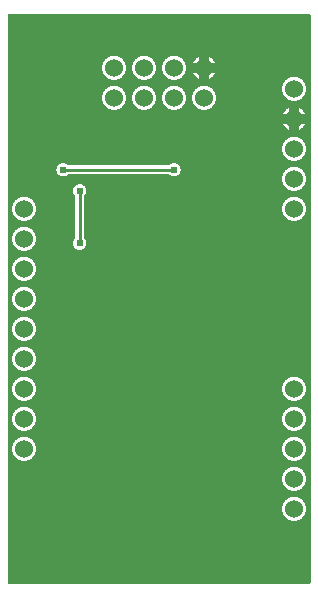
<source format=gtl>
G04 Layer: TopLayer*
G04 EasyEDA v6.2.46, 2019-11-02T22:46:44+01:00*
G04 ac1458d9b49046569834fa52976d048a,2f1dc3ff27c442d188d0821d71f234e9,NaN*
G04 Gerber Generator version 0.2*
G04 Scale: 100 percent, Rotated: No, Reflected: No *
G04 Dimensions in millimeters *
G04 leading zeros omitted , absolute positions ,3 integer and 3 decimal *
%FSLAX33Y33*%
%MOMM*%
G90*
G71D02*

%ADD11C,0.250012*%
%ADD12C,0.609600*%
%ADD13C,1.524000*%

%LPD*%
G36*
G01X25549Y48257D02*
G01X104Y48257D01*
G01X89Y48256D01*
G01X75Y48253D01*
G01X61Y48248D01*
G01X49Y48241D01*
G01X37Y48232D01*
G01X27Y48222D01*
G01X18Y48210D01*
G01X11Y48198D01*
G01X6Y48184D01*
G01X3Y48170D01*
G01X2Y48155D01*
G01X2Y104D01*
G01X3Y89D01*
G01X6Y75D01*
G01X11Y61D01*
G01X18Y49D01*
G01X27Y37D01*
G01X37Y27D01*
G01X49Y18D01*
G01X61Y11D01*
G01X75Y6D01*
G01X89Y3D01*
G01X104Y2D01*
G01X25549Y2D01*
G01X25564Y3D01*
G01X25578Y6D01*
G01X25592Y11D01*
G01X25604Y18D01*
G01X25616Y27D01*
G01X25626Y37D01*
G01X25635Y49D01*
G01X25642Y61D01*
G01X25647Y75D01*
G01X25650Y89D01*
G01X25651Y104D01*
G01X25651Y48155D01*
G01X25650Y48170D01*
G01X25647Y48184D01*
G01X25642Y48198D01*
G01X25635Y48210D01*
G01X25626Y48222D01*
G01X25616Y48232D01*
G01X25604Y48241D01*
G01X25592Y48248D01*
G01X25578Y48253D01*
G01X25564Y48256D01*
G01X25549Y48257D01*
G37*

%LPC*%
G36*
G01X4734Y35612D02*
G01X4699Y35613D01*
G01X4665Y35612D01*
G01X4631Y35609D01*
G01X4597Y35604D01*
G01X4564Y35597D01*
G01X4531Y35587D01*
G01X4499Y35576D01*
G01X4468Y35563D01*
G01X4438Y35549D01*
G01X4408Y35532D01*
G01X4380Y35513D01*
G01X4352Y35493D01*
G01X4326Y35472D01*
G01X4278Y35424D01*
G01X4257Y35398D01*
G01X4237Y35370D01*
G01X4218Y35342D01*
G01X4201Y35312D01*
G01X4187Y35282D01*
G01X4174Y35251D01*
G01X4163Y35219D01*
G01X4153Y35186D01*
G01X4146Y35153D01*
G01X4141Y35119D01*
G01X4138Y35085D01*
G01X4137Y35052D01*
G01X4138Y35018D01*
G01X4141Y34984D01*
G01X4146Y34950D01*
G01X4153Y34917D01*
G01X4163Y34884D01*
G01X4174Y34852D01*
G01X4187Y34821D01*
G01X4201Y34791D01*
G01X4218Y34761D01*
G01X4237Y34733D01*
G01X4257Y34705D01*
G01X4278Y34679D01*
G01X4326Y34631D01*
G01X4352Y34610D01*
G01X4380Y34590D01*
G01X4408Y34571D01*
G01X4438Y34554D01*
G01X4468Y34540D01*
G01X4499Y34527D01*
G01X4531Y34516D01*
G01X4564Y34506D01*
G01X4597Y34499D01*
G01X4631Y34494D01*
G01X4665Y34491D01*
G01X4698Y34490D01*
G01X4734Y34491D01*
G01X4769Y34495D01*
G01X4804Y34500D01*
G01X4838Y34508D01*
G01X4872Y34518D01*
G01X4905Y34530D01*
G01X4938Y34544D01*
G01X4969Y34560D01*
G01X4999Y34578D01*
G01X5029Y34597D01*
G01X5056Y34619D01*
G01X5083Y34642D01*
G01X5095Y34652D01*
G01X5108Y34660D01*
G01X5122Y34665D01*
G01X5137Y34669D01*
G01X5152Y34670D01*
G01X13643Y34670D01*
G01X13658Y34669D01*
G01X13673Y34665D01*
G01X13687Y34660D01*
G01X13700Y34652D01*
G01X13712Y34642D01*
G01X13739Y34619D01*
G01X13766Y34597D01*
G01X13796Y34578D01*
G01X13826Y34560D01*
G01X13857Y34544D01*
G01X13890Y34530D01*
G01X13923Y34518D01*
G01X13957Y34508D01*
G01X13991Y34500D01*
G01X14026Y34495D01*
G01X14061Y34491D01*
G01X14097Y34490D01*
G01X14130Y34491D01*
G01X14164Y34494D01*
G01X14198Y34499D01*
G01X14231Y34506D01*
G01X14264Y34516D01*
G01X14296Y34527D01*
G01X14327Y34540D01*
G01X14357Y34554D01*
G01X14387Y34571D01*
G01X14415Y34590D01*
G01X14443Y34610D01*
G01X14469Y34631D01*
G01X14517Y34679D01*
G01X14538Y34705D01*
G01X14558Y34733D01*
G01X14577Y34761D01*
G01X14594Y34791D01*
G01X14608Y34821D01*
G01X14621Y34852D01*
G01X14632Y34884D01*
G01X14642Y34917D01*
G01X14649Y34950D01*
G01X14654Y34984D01*
G01X14657Y35018D01*
G01X14658Y35052D01*
G01X14657Y35085D01*
G01X14654Y35119D01*
G01X14649Y35153D01*
G01X14642Y35186D01*
G01X14632Y35219D01*
G01X14621Y35251D01*
G01X14608Y35282D01*
G01X14594Y35312D01*
G01X14577Y35342D01*
G01X14558Y35370D01*
G01X14538Y35398D01*
G01X14517Y35424D01*
G01X14469Y35472D01*
G01X14443Y35493D01*
G01X14415Y35513D01*
G01X14387Y35532D01*
G01X14357Y35549D01*
G01X14327Y35563D01*
G01X14296Y35576D01*
G01X14264Y35587D01*
G01X14231Y35597D01*
G01X14198Y35604D01*
G01X14164Y35609D01*
G01X14130Y35612D01*
G01X14097Y35613D01*
G01X14061Y35612D01*
G01X14026Y35608D01*
G01X13991Y35603D01*
G01X13957Y35595D01*
G01X13923Y35585D01*
G01X13890Y35573D01*
G01X13857Y35559D01*
G01X13826Y35543D01*
G01X13796Y35525D01*
G01X13766Y35506D01*
G01X13739Y35484D01*
G01X13712Y35461D01*
G01X13700Y35451D01*
G01X13687Y35443D01*
G01X13673Y35438D01*
G01X13658Y35434D01*
G01X13643Y35433D01*
G01X5152Y35433D01*
G01X5137Y35434D01*
G01X5122Y35438D01*
G01X5108Y35443D01*
G01X5095Y35451D01*
G01X5083Y35461D01*
G01X5056Y35484D01*
G01X5029Y35506D01*
G01X4999Y35525D01*
G01X4969Y35543D01*
G01X4938Y35559D01*
G01X4905Y35573D01*
G01X4872Y35585D01*
G01X4838Y35595D01*
G01X4804Y35603D01*
G01X4769Y35608D01*
G01X4734Y35612D01*
G37*
G36*
G01X6129Y33834D02*
G01X6096Y33835D01*
G01X6062Y33834D01*
G01X6028Y33831D01*
G01X5994Y33826D01*
G01X5961Y33819D01*
G01X5928Y33809D01*
G01X5896Y33798D01*
G01X5865Y33785D01*
G01X5835Y33771D01*
G01X5805Y33754D01*
G01X5777Y33735D01*
G01X5749Y33715D01*
G01X5723Y33694D01*
G01X5675Y33646D01*
G01X5654Y33620D01*
G01X5634Y33592D01*
G01X5615Y33564D01*
G01X5598Y33534D01*
G01X5584Y33504D01*
G01X5571Y33473D01*
G01X5560Y33441D01*
G01X5550Y33408D01*
G01X5543Y33375D01*
G01X5538Y33341D01*
G01X5535Y33307D01*
G01X5534Y33274D01*
G01X5535Y33238D01*
G01X5539Y33203D01*
G01X5544Y33168D01*
G01X5552Y33134D01*
G01X5562Y33100D01*
G01X5574Y33067D01*
G01X5588Y33034D01*
G01X5604Y33003D01*
G01X5622Y32973D01*
G01X5641Y32943D01*
G01X5663Y32916D01*
G01X5686Y32889D01*
G01X5696Y32877D01*
G01X5704Y32864D01*
G01X5709Y32850D01*
G01X5713Y32835D01*
G01X5714Y32820D01*
G01X5714Y29282D01*
G01X5713Y29267D01*
G01X5709Y29252D01*
G01X5704Y29238D01*
G01X5696Y29225D01*
G01X5686Y29213D01*
G01X5663Y29186D01*
G01X5641Y29159D01*
G01X5622Y29129D01*
G01X5604Y29099D01*
G01X5588Y29068D01*
G01X5574Y29035D01*
G01X5562Y29002D01*
G01X5552Y28968D01*
G01X5544Y28934D01*
G01X5539Y28899D01*
G01X5535Y28864D01*
G01X5534Y28829D01*
G01X5535Y28795D01*
G01X5538Y28761D01*
G01X5543Y28727D01*
G01X5550Y28694D01*
G01X5560Y28661D01*
G01X5571Y28629D01*
G01X5584Y28598D01*
G01X5598Y28568D01*
G01X5615Y28538D01*
G01X5634Y28510D01*
G01X5654Y28482D01*
G01X5675Y28456D01*
G01X5723Y28408D01*
G01X5749Y28387D01*
G01X5777Y28367D01*
G01X5805Y28348D01*
G01X5835Y28331D01*
G01X5865Y28317D01*
G01X5896Y28304D01*
G01X5928Y28293D01*
G01X5961Y28283D01*
G01X5994Y28276D01*
G01X6028Y28271D01*
G01X6062Y28268D01*
G01X6096Y28267D01*
G01X6129Y28268D01*
G01X6163Y28271D01*
G01X6197Y28276D01*
G01X6230Y28283D01*
G01X6263Y28293D01*
G01X6295Y28304D01*
G01X6326Y28317D01*
G01X6356Y28331D01*
G01X6386Y28348D01*
G01X6414Y28367D01*
G01X6442Y28387D01*
G01X6468Y28408D01*
G01X6516Y28456D01*
G01X6537Y28482D01*
G01X6557Y28510D01*
G01X6576Y28538D01*
G01X6593Y28568D01*
G01X6607Y28598D01*
G01X6620Y28629D01*
G01X6631Y28661D01*
G01X6641Y28694D01*
G01X6648Y28727D01*
G01X6653Y28761D01*
G01X6656Y28795D01*
G01X6657Y28828D01*
G01X6656Y28864D01*
G01X6652Y28899D01*
G01X6647Y28934D01*
G01X6639Y28968D01*
G01X6629Y29002D01*
G01X6617Y29035D01*
G01X6603Y29068D01*
G01X6587Y29099D01*
G01X6569Y29129D01*
G01X6550Y29159D01*
G01X6528Y29186D01*
G01X6505Y29213D01*
G01X6495Y29225D01*
G01X6487Y29238D01*
G01X6482Y29252D01*
G01X6478Y29267D01*
G01X6477Y29282D01*
G01X6477Y32820D01*
G01X6478Y32835D01*
G01X6482Y32850D01*
G01X6487Y32864D01*
G01X6495Y32877D01*
G01X6505Y32889D01*
G01X6528Y32916D01*
G01X6550Y32943D01*
G01X6569Y32973D01*
G01X6587Y33003D01*
G01X6603Y33034D01*
G01X6617Y33067D01*
G01X6629Y33100D01*
G01X6639Y33134D01*
G01X6647Y33168D01*
G01X6652Y33203D01*
G01X6656Y33238D01*
G01X6657Y33274D01*
G01X6656Y33307D01*
G01X6653Y33341D01*
G01X6648Y33375D01*
G01X6641Y33408D01*
G01X6631Y33441D01*
G01X6620Y33473D01*
G01X6607Y33504D01*
G01X6593Y33534D01*
G01X6576Y33564D01*
G01X6557Y33592D01*
G01X6537Y33620D01*
G01X6516Y33646D01*
G01X6468Y33694D01*
G01X6442Y33715D01*
G01X6414Y33735D01*
G01X6386Y33754D01*
G01X6356Y33771D01*
G01X6326Y33785D01*
G01X6295Y33798D01*
G01X6263Y33809D01*
G01X6230Y33819D01*
G01X6197Y33826D01*
G01X6163Y33831D01*
G01X6129Y33834D01*
G37*
G36*
G01X24302Y12447D02*
G01X24257Y12448D01*
G01X24211Y12447D01*
G01X24165Y12444D01*
G01X24120Y12439D01*
G01X24075Y12432D01*
G01X24030Y12423D01*
G01X23986Y12411D01*
G01X23942Y12398D01*
G01X23899Y12383D01*
G01X23856Y12366D01*
G01X23815Y12347D01*
G01X23774Y12326D01*
G01X23734Y12304D01*
G01X23695Y12280D01*
G01X23658Y12254D01*
G01X23621Y12226D01*
G01X23586Y12197D01*
G01X23553Y12166D01*
G01X23520Y12133D01*
G01X23489Y12100D01*
G01X23460Y12065D01*
G01X23432Y12028D01*
G01X23406Y11991D01*
G01X23382Y11952D01*
G01X23360Y11912D01*
G01X23339Y11871D01*
G01X23320Y11830D01*
G01X23303Y11787D01*
G01X23288Y11744D01*
G01X23275Y11700D01*
G01X23263Y11656D01*
G01X23254Y11611D01*
G01X23247Y11566D01*
G01X23242Y11521D01*
G01X23239Y11475D01*
G01X23238Y11430D01*
G01X23239Y11384D01*
G01X23242Y11338D01*
G01X23247Y11293D01*
G01X23254Y11248D01*
G01X23263Y11203D01*
G01X23275Y11159D01*
G01X23288Y11115D01*
G01X23303Y11072D01*
G01X23320Y11029D01*
G01X23339Y10988D01*
G01X23360Y10947D01*
G01X23382Y10907D01*
G01X23406Y10868D01*
G01X23432Y10831D01*
G01X23460Y10794D01*
G01X23489Y10759D01*
G01X23520Y10726D01*
G01X23553Y10693D01*
G01X23586Y10662D01*
G01X23621Y10633D01*
G01X23658Y10605D01*
G01X23695Y10579D01*
G01X23734Y10555D01*
G01X23774Y10533D01*
G01X23815Y10512D01*
G01X23856Y10493D01*
G01X23899Y10476D01*
G01X23942Y10461D01*
G01X23986Y10448D01*
G01X24030Y10436D01*
G01X24075Y10427D01*
G01X24120Y10420D01*
G01X24165Y10415D01*
G01X24211Y10412D01*
G01X24257Y10411D01*
G01X24302Y10412D01*
G01X24348Y10415D01*
G01X24393Y10420D01*
G01X24438Y10427D01*
G01X24483Y10436D01*
G01X24527Y10448D01*
G01X24571Y10461D01*
G01X24614Y10476D01*
G01X24657Y10493D01*
G01X24698Y10512D01*
G01X24739Y10533D01*
G01X24779Y10555D01*
G01X24818Y10579D01*
G01X24855Y10605D01*
G01X24892Y10633D01*
G01X24927Y10662D01*
G01X24960Y10693D01*
G01X24993Y10726D01*
G01X25024Y10759D01*
G01X25053Y10794D01*
G01X25081Y10831D01*
G01X25107Y10868D01*
G01X25131Y10907D01*
G01X25153Y10947D01*
G01X25174Y10988D01*
G01X25193Y11029D01*
G01X25210Y11072D01*
G01X25225Y11115D01*
G01X25238Y11159D01*
G01X25250Y11203D01*
G01X25259Y11248D01*
G01X25266Y11293D01*
G01X25271Y11338D01*
G01X25274Y11384D01*
G01X25275Y11430D01*
G01X25274Y11475D01*
G01X25271Y11521D01*
G01X25266Y11566D01*
G01X25259Y11611D01*
G01X25250Y11656D01*
G01X25238Y11700D01*
G01X25225Y11744D01*
G01X25210Y11787D01*
G01X25193Y11830D01*
G01X25174Y11871D01*
G01X25153Y11912D01*
G01X25131Y11952D01*
G01X25107Y11991D01*
G01X25081Y12028D01*
G01X25053Y12065D01*
G01X25024Y12100D01*
G01X24993Y12133D01*
G01X24960Y12166D01*
G01X24927Y12197D01*
G01X24892Y12226D01*
G01X24855Y12254D01*
G01X24818Y12280D01*
G01X24779Y12304D01*
G01X24739Y12326D01*
G01X24698Y12347D01*
G01X24657Y12366D01*
G01X24614Y12383D01*
G01X24571Y12398D01*
G01X24527Y12411D01*
G01X24483Y12423D01*
G01X24438Y12432D01*
G01X24393Y12439D01*
G01X24348Y12444D01*
G01X24302Y12447D01*
G37*
G36*
G01X1442Y12447D02*
G01X1397Y12448D01*
G01X1351Y12447D01*
G01X1305Y12444D01*
G01X1260Y12439D01*
G01X1215Y12432D01*
G01X1170Y12423D01*
G01X1126Y12411D01*
G01X1082Y12398D01*
G01X1039Y12383D01*
G01X996Y12366D01*
G01X955Y12347D01*
G01X914Y12326D01*
G01X874Y12304D01*
G01X835Y12280D01*
G01X798Y12254D01*
G01X761Y12226D01*
G01X726Y12197D01*
G01X693Y12166D01*
G01X660Y12133D01*
G01X629Y12100D01*
G01X600Y12065D01*
G01X572Y12028D01*
G01X546Y11991D01*
G01X522Y11952D01*
G01X500Y11912D01*
G01X479Y11871D01*
G01X460Y11830D01*
G01X443Y11787D01*
G01X428Y11744D01*
G01X415Y11700D01*
G01X403Y11656D01*
G01X394Y11611D01*
G01X387Y11566D01*
G01X382Y11521D01*
G01X379Y11475D01*
G01X378Y11430D01*
G01X379Y11384D01*
G01X382Y11338D01*
G01X387Y11293D01*
G01X394Y11248D01*
G01X403Y11203D01*
G01X415Y11159D01*
G01X428Y11115D01*
G01X443Y11072D01*
G01X460Y11029D01*
G01X479Y10988D01*
G01X500Y10947D01*
G01X522Y10907D01*
G01X546Y10868D01*
G01X572Y10831D01*
G01X600Y10794D01*
G01X629Y10759D01*
G01X660Y10726D01*
G01X693Y10693D01*
G01X726Y10662D01*
G01X761Y10633D01*
G01X798Y10605D01*
G01X835Y10579D01*
G01X874Y10555D01*
G01X914Y10533D01*
G01X955Y10512D01*
G01X996Y10493D01*
G01X1039Y10476D01*
G01X1082Y10461D01*
G01X1126Y10448D01*
G01X1170Y10436D01*
G01X1215Y10427D01*
G01X1260Y10420D01*
G01X1305Y10415D01*
G01X1351Y10412D01*
G01X1397Y10411D01*
G01X1442Y10412D01*
G01X1488Y10415D01*
G01X1533Y10420D01*
G01X1578Y10427D01*
G01X1623Y10436D01*
G01X1667Y10448D01*
G01X1711Y10461D01*
G01X1754Y10476D01*
G01X1797Y10493D01*
G01X1838Y10512D01*
G01X1879Y10533D01*
G01X1919Y10555D01*
G01X1958Y10579D01*
G01X1995Y10605D01*
G01X2032Y10633D01*
G01X2067Y10662D01*
G01X2100Y10693D01*
G01X2133Y10726D01*
G01X2164Y10759D01*
G01X2193Y10794D01*
G01X2221Y10831D01*
G01X2247Y10868D01*
G01X2271Y10907D01*
G01X2293Y10947D01*
G01X2314Y10988D01*
G01X2333Y11029D01*
G01X2350Y11072D01*
G01X2365Y11115D01*
G01X2378Y11159D01*
G01X2390Y11203D01*
G01X2399Y11248D01*
G01X2406Y11293D01*
G01X2411Y11338D01*
G01X2414Y11384D01*
G01X2415Y11430D01*
G01X2414Y11475D01*
G01X2411Y11521D01*
G01X2406Y11566D01*
G01X2399Y11611D01*
G01X2390Y11656D01*
G01X2378Y11700D01*
G01X2365Y11744D01*
G01X2350Y11787D01*
G01X2333Y11830D01*
G01X2314Y11871D01*
G01X2293Y11912D01*
G01X2271Y11952D01*
G01X2247Y11991D01*
G01X2221Y12028D01*
G01X2193Y12065D01*
G01X2164Y12100D01*
G01X2133Y12133D01*
G01X2100Y12166D01*
G01X2067Y12197D01*
G01X2032Y12226D01*
G01X1995Y12254D01*
G01X1958Y12280D01*
G01X1919Y12304D01*
G01X1879Y12326D01*
G01X1838Y12347D01*
G01X1797Y12366D01*
G01X1754Y12383D01*
G01X1711Y12398D01*
G01X1667Y12411D01*
G01X1623Y12423D01*
G01X1578Y12432D01*
G01X1533Y12439D01*
G01X1488Y12444D01*
G01X1442Y12447D01*
G37*
G36*
G01X24302Y14987D02*
G01X24257Y14988D01*
G01X24211Y14987D01*
G01X24165Y14984D01*
G01X24120Y14979D01*
G01X24075Y14972D01*
G01X24030Y14963D01*
G01X23986Y14951D01*
G01X23942Y14938D01*
G01X23899Y14923D01*
G01X23856Y14906D01*
G01X23815Y14887D01*
G01X23774Y14866D01*
G01X23734Y14844D01*
G01X23695Y14820D01*
G01X23658Y14794D01*
G01X23621Y14766D01*
G01X23586Y14737D01*
G01X23553Y14706D01*
G01X23520Y14673D01*
G01X23489Y14640D01*
G01X23460Y14605D01*
G01X23432Y14568D01*
G01X23406Y14531D01*
G01X23382Y14492D01*
G01X23360Y14452D01*
G01X23339Y14411D01*
G01X23320Y14370D01*
G01X23303Y14327D01*
G01X23288Y14284D01*
G01X23275Y14240D01*
G01X23263Y14196D01*
G01X23254Y14151D01*
G01X23247Y14106D01*
G01X23242Y14061D01*
G01X23239Y14015D01*
G01X23238Y13970D01*
G01X23239Y13924D01*
G01X23242Y13878D01*
G01X23247Y13833D01*
G01X23254Y13788D01*
G01X23263Y13743D01*
G01X23275Y13699D01*
G01X23288Y13655D01*
G01X23303Y13612D01*
G01X23320Y13569D01*
G01X23339Y13528D01*
G01X23360Y13487D01*
G01X23382Y13447D01*
G01X23406Y13408D01*
G01X23432Y13371D01*
G01X23460Y13334D01*
G01X23489Y13299D01*
G01X23520Y13266D01*
G01X23553Y13233D01*
G01X23586Y13202D01*
G01X23621Y13173D01*
G01X23658Y13145D01*
G01X23695Y13119D01*
G01X23734Y13095D01*
G01X23774Y13073D01*
G01X23815Y13052D01*
G01X23856Y13033D01*
G01X23899Y13016D01*
G01X23942Y13001D01*
G01X23986Y12988D01*
G01X24030Y12976D01*
G01X24075Y12967D01*
G01X24120Y12960D01*
G01X24165Y12955D01*
G01X24211Y12952D01*
G01X24257Y12951D01*
G01X24302Y12952D01*
G01X24348Y12955D01*
G01X24393Y12960D01*
G01X24438Y12967D01*
G01X24483Y12976D01*
G01X24527Y12988D01*
G01X24571Y13001D01*
G01X24614Y13016D01*
G01X24657Y13033D01*
G01X24698Y13052D01*
G01X24739Y13073D01*
G01X24779Y13095D01*
G01X24818Y13119D01*
G01X24855Y13145D01*
G01X24892Y13173D01*
G01X24927Y13202D01*
G01X24960Y13233D01*
G01X24993Y13266D01*
G01X25024Y13299D01*
G01X25053Y13334D01*
G01X25081Y13371D01*
G01X25107Y13408D01*
G01X25131Y13447D01*
G01X25153Y13487D01*
G01X25174Y13528D01*
G01X25193Y13569D01*
G01X25210Y13612D01*
G01X25225Y13655D01*
G01X25238Y13699D01*
G01X25250Y13743D01*
G01X25259Y13788D01*
G01X25266Y13833D01*
G01X25271Y13878D01*
G01X25274Y13924D01*
G01X25275Y13970D01*
G01X25274Y14015D01*
G01X25271Y14061D01*
G01X25266Y14106D01*
G01X25259Y14151D01*
G01X25250Y14196D01*
G01X25238Y14240D01*
G01X25225Y14284D01*
G01X25210Y14327D01*
G01X25193Y14370D01*
G01X25174Y14411D01*
G01X25153Y14452D01*
G01X25131Y14492D01*
G01X25107Y14531D01*
G01X25081Y14568D01*
G01X25053Y14605D01*
G01X25024Y14640D01*
G01X24993Y14673D01*
G01X24960Y14706D01*
G01X24927Y14737D01*
G01X24892Y14766D01*
G01X24855Y14794D01*
G01X24818Y14820D01*
G01X24779Y14844D01*
G01X24739Y14866D01*
G01X24698Y14887D01*
G01X24657Y14906D01*
G01X24614Y14923D01*
G01X24571Y14938D01*
G01X24527Y14951D01*
G01X24483Y14963D01*
G01X24438Y14972D01*
G01X24393Y14979D01*
G01X24348Y14984D01*
G01X24302Y14987D01*
G37*
G36*
G01X1442Y14987D02*
G01X1397Y14988D01*
G01X1351Y14987D01*
G01X1305Y14984D01*
G01X1260Y14979D01*
G01X1215Y14972D01*
G01X1170Y14963D01*
G01X1126Y14951D01*
G01X1082Y14938D01*
G01X1039Y14923D01*
G01X996Y14906D01*
G01X955Y14887D01*
G01X914Y14866D01*
G01X874Y14844D01*
G01X835Y14820D01*
G01X798Y14794D01*
G01X761Y14766D01*
G01X726Y14737D01*
G01X693Y14706D01*
G01X660Y14673D01*
G01X629Y14640D01*
G01X600Y14605D01*
G01X572Y14568D01*
G01X546Y14531D01*
G01X522Y14492D01*
G01X500Y14452D01*
G01X479Y14411D01*
G01X460Y14370D01*
G01X443Y14327D01*
G01X428Y14284D01*
G01X415Y14240D01*
G01X403Y14196D01*
G01X394Y14151D01*
G01X387Y14106D01*
G01X382Y14061D01*
G01X379Y14015D01*
G01X378Y13970D01*
G01X379Y13924D01*
G01X382Y13878D01*
G01X387Y13833D01*
G01X394Y13788D01*
G01X403Y13743D01*
G01X415Y13699D01*
G01X428Y13655D01*
G01X443Y13612D01*
G01X460Y13569D01*
G01X479Y13528D01*
G01X500Y13487D01*
G01X522Y13447D01*
G01X546Y13408D01*
G01X572Y13371D01*
G01X600Y13334D01*
G01X629Y13299D01*
G01X660Y13266D01*
G01X693Y13233D01*
G01X726Y13202D01*
G01X761Y13173D01*
G01X798Y13145D01*
G01X835Y13119D01*
G01X874Y13095D01*
G01X914Y13073D01*
G01X955Y13052D01*
G01X996Y13033D01*
G01X1039Y13016D01*
G01X1082Y13001D01*
G01X1126Y12988D01*
G01X1170Y12976D01*
G01X1215Y12967D01*
G01X1260Y12960D01*
G01X1305Y12955D01*
G01X1351Y12952D01*
G01X1397Y12951D01*
G01X1442Y12952D01*
G01X1488Y12955D01*
G01X1533Y12960D01*
G01X1578Y12967D01*
G01X1623Y12976D01*
G01X1667Y12988D01*
G01X1711Y13001D01*
G01X1754Y13016D01*
G01X1797Y13033D01*
G01X1838Y13052D01*
G01X1879Y13073D01*
G01X1919Y13095D01*
G01X1958Y13119D01*
G01X1995Y13145D01*
G01X2032Y13173D01*
G01X2067Y13202D01*
G01X2100Y13233D01*
G01X2133Y13266D01*
G01X2164Y13299D01*
G01X2193Y13334D01*
G01X2221Y13371D01*
G01X2247Y13408D01*
G01X2271Y13447D01*
G01X2293Y13487D01*
G01X2314Y13528D01*
G01X2333Y13569D01*
G01X2350Y13612D01*
G01X2365Y13655D01*
G01X2378Y13699D01*
G01X2390Y13743D01*
G01X2399Y13788D01*
G01X2406Y13833D01*
G01X2411Y13878D01*
G01X2414Y13924D01*
G01X2415Y13970D01*
G01X2414Y14015D01*
G01X2411Y14061D01*
G01X2406Y14106D01*
G01X2399Y14151D01*
G01X2390Y14196D01*
G01X2378Y14240D01*
G01X2365Y14284D01*
G01X2350Y14327D01*
G01X2333Y14370D01*
G01X2314Y14411D01*
G01X2293Y14452D01*
G01X2271Y14492D01*
G01X2247Y14531D01*
G01X2221Y14568D01*
G01X2193Y14605D01*
G01X2164Y14640D01*
G01X2133Y14673D01*
G01X2100Y14706D01*
G01X2067Y14737D01*
G01X2032Y14766D01*
G01X1995Y14794D01*
G01X1958Y14820D01*
G01X1919Y14844D01*
G01X1879Y14866D01*
G01X1838Y14887D01*
G01X1797Y14906D01*
G01X1754Y14923D01*
G01X1711Y14938D01*
G01X1667Y14951D01*
G01X1623Y14963D01*
G01X1578Y14972D01*
G01X1533Y14979D01*
G01X1488Y14984D01*
G01X1442Y14987D01*
G37*
G36*
G01X1442Y17527D02*
G01X1397Y17528D01*
G01X1351Y17527D01*
G01X1305Y17524D01*
G01X1260Y17519D01*
G01X1215Y17512D01*
G01X1170Y17503D01*
G01X1126Y17491D01*
G01X1082Y17478D01*
G01X1039Y17463D01*
G01X996Y17446D01*
G01X955Y17427D01*
G01X914Y17406D01*
G01X874Y17384D01*
G01X835Y17360D01*
G01X798Y17334D01*
G01X761Y17306D01*
G01X726Y17277D01*
G01X693Y17246D01*
G01X660Y17213D01*
G01X629Y17180D01*
G01X600Y17145D01*
G01X572Y17108D01*
G01X546Y17071D01*
G01X522Y17032D01*
G01X500Y16992D01*
G01X479Y16951D01*
G01X460Y16910D01*
G01X443Y16867D01*
G01X428Y16824D01*
G01X415Y16780D01*
G01X403Y16736D01*
G01X394Y16691D01*
G01X387Y16646D01*
G01X382Y16601D01*
G01X379Y16555D01*
G01X378Y16510D01*
G01X379Y16464D01*
G01X382Y16418D01*
G01X387Y16373D01*
G01X394Y16328D01*
G01X403Y16283D01*
G01X415Y16239D01*
G01X428Y16195D01*
G01X443Y16152D01*
G01X460Y16109D01*
G01X479Y16068D01*
G01X500Y16027D01*
G01X522Y15987D01*
G01X546Y15948D01*
G01X572Y15911D01*
G01X600Y15874D01*
G01X629Y15839D01*
G01X660Y15806D01*
G01X693Y15773D01*
G01X726Y15742D01*
G01X761Y15713D01*
G01X798Y15685D01*
G01X835Y15659D01*
G01X874Y15635D01*
G01X914Y15613D01*
G01X955Y15592D01*
G01X996Y15573D01*
G01X1039Y15556D01*
G01X1082Y15541D01*
G01X1126Y15528D01*
G01X1170Y15516D01*
G01X1215Y15507D01*
G01X1260Y15500D01*
G01X1305Y15495D01*
G01X1351Y15492D01*
G01X1397Y15491D01*
G01X1442Y15492D01*
G01X1488Y15495D01*
G01X1533Y15500D01*
G01X1578Y15507D01*
G01X1623Y15516D01*
G01X1667Y15528D01*
G01X1711Y15541D01*
G01X1754Y15556D01*
G01X1797Y15573D01*
G01X1838Y15592D01*
G01X1879Y15613D01*
G01X1919Y15635D01*
G01X1958Y15659D01*
G01X1995Y15685D01*
G01X2032Y15713D01*
G01X2067Y15742D01*
G01X2100Y15773D01*
G01X2133Y15806D01*
G01X2164Y15839D01*
G01X2193Y15874D01*
G01X2221Y15911D01*
G01X2247Y15948D01*
G01X2271Y15987D01*
G01X2293Y16027D01*
G01X2314Y16068D01*
G01X2333Y16109D01*
G01X2350Y16152D01*
G01X2365Y16195D01*
G01X2378Y16239D01*
G01X2390Y16283D01*
G01X2399Y16328D01*
G01X2406Y16373D01*
G01X2411Y16418D01*
G01X2414Y16464D01*
G01X2415Y16510D01*
G01X2414Y16555D01*
G01X2411Y16601D01*
G01X2406Y16646D01*
G01X2399Y16691D01*
G01X2390Y16736D01*
G01X2378Y16780D01*
G01X2365Y16824D01*
G01X2350Y16867D01*
G01X2333Y16910D01*
G01X2314Y16951D01*
G01X2293Y16992D01*
G01X2271Y17032D01*
G01X2247Y17071D01*
G01X2221Y17108D01*
G01X2193Y17145D01*
G01X2164Y17180D01*
G01X2133Y17213D01*
G01X2100Y17246D01*
G01X2067Y17277D01*
G01X2032Y17306D01*
G01X1995Y17334D01*
G01X1958Y17360D01*
G01X1919Y17384D01*
G01X1879Y17406D01*
G01X1838Y17427D01*
G01X1797Y17446D01*
G01X1754Y17463D01*
G01X1711Y17478D01*
G01X1667Y17491D01*
G01X1623Y17503D01*
G01X1578Y17512D01*
G01X1533Y17519D01*
G01X1488Y17524D01*
G01X1442Y17527D01*
G37*
G36*
G01X24302Y17527D02*
G01X24257Y17528D01*
G01X24211Y17527D01*
G01X24165Y17524D01*
G01X24120Y17519D01*
G01X24075Y17512D01*
G01X24030Y17503D01*
G01X23986Y17491D01*
G01X23942Y17478D01*
G01X23899Y17463D01*
G01X23856Y17446D01*
G01X23815Y17427D01*
G01X23774Y17406D01*
G01X23734Y17384D01*
G01X23695Y17360D01*
G01X23658Y17334D01*
G01X23621Y17306D01*
G01X23586Y17277D01*
G01X23553Y17246D01*
G01X23520Y17213D01*
G01X23489Y17180D01*
G01X23460Y17145D01*
G01X23432Y17108D01*
G01X23406Y17071D01*
G01X23382Y17032D01*
G01X23360Y16992D01*
G01X23339Y16951D01*
G01X23320Y16910D01*
G01X23303Y16867D01*
G01X23288Y16824D01*
G01X23275Y16780D01*
G01X23263Y16736D01*
G01X23254Y16691D01*
G01X23247Y16646D01*
G01X23242Y16601D01*
G01X23239Y16555D01*
G01X23238Y16510D01*
G01X23239Y16464D01*
G01X23242Y16418D01*
G01X23247Y16373D01*
G01X23254Y16328D01*
G01X23263Y16283D01*
G01X23275Y16239D01*
G01X23288Y16195D01*
G01X23303Y16152D01*
G01X23320Y16109D01*
G01X23339Y16068D01*
G01X23360Y16027D01*
G01X23382Y15987D01*
G01X23406Y15948D01*
G01X23432Y15911D01*
G01X23460Y15874D01*
G01X23489Y15839D01*
G01X23520Y15806D01*
G01X23553Y15773D01*
G01X23586Y15742D01*
G01X23621Y15713D01*
G01X23658Y15685D01*
G01X23695Y15659D01*
G01X23734Y15635D01*
G01X23774Y15613D01*
G01X23815Y15592D01*
G01X23856Y15573D01*
G01X23899Y15556D01*
G01X23942Y15541D01*
G01X23986Y15528D01*
G01X24030Y15516D01*
G01X24075Y15507D01*
G01X24120Y15500D01*
G01X24165Y15495D01*
G01X24211Y15492D01*
G01X24257Y15491D01*
G01X24302Y15492D01*
G01X24348Y15495D01*
G01X24393Y15500D01*
G01X24438Y15507D01*
G01X24483Y15516D01*
G01X24527Y15528D01*
G01X24571Y15541D01*
G01X24614Y15556D01*
G01X24657Y15573D01*
G01X24698Y15592D01*
G01X24739Y15613D01*
G01X24779Y15635D01*
G01X24818Y15659D01*
G01X24855Y15685D01*
G01X24892Y15713D01*
G01X24927Y15742D01*
G01X24960Y15773D01*
G01X24993Y15806D01*
G01X25024Y15839D01*
G01X25053Y15874D01*
G01X25081Y15911D01*
G01X25107Y15948D01*
G01X25131Y15987D01*
G01X25153Y16027D01*
G01X25174Y16068D01*
G01X25193Y16109D01*
G01X25210Y16152D01*
G01X25225Y16195D01*
G01X25238Y16239D01*
G01X25250Y16283D01*
G01X25259Y16328D01*
G01X25266Y16373D01*
G01X25271Y16418D01*
G01X25274Y16464D01*
G01X25275Y16510D01*
G01X25274Y16555D01*
G01X25271Y16601D01*
G01X25266Y16646D01*
G01X25259Y16691D01*
G01X25250Y16736D01*
G01X25238Y16780D01*
G01X25225Y16824D01*
G01X25210Y16867D01*
G01X25193Y16910D01*
G01X25174Y16951D01*
G01X25153Y16992D01*
G01X25131Y17032D01*
G01X25107Y17071D01*
G01X25081Y17108D01*
G01X25053Y17145D01*
G01X25024Y17180D01*
G01X24993Y17213D01*
G01X24960Y17246D01*
G01X24927Y17277D01*
G01X24892Y17306D01*
G01X24855Y17334D01*
G01X24818Y17360D01*
G01X24779Y17384D01*
G01X24739Y17406D01*
G01X24698Y17427D01*
G01X24657Y17446D01*
G01X24614Y17463D01*
G01X24571Y17478D01*
G01X24527Y17491D01*
G01X24483Y17503D01*
G01X24438Y17512D01*
G01X24393Y17519D01*
G01X24348Y17524D01*
G01X24302Y17527D01*
G37*
G36*
G01X1442Y20067D02*
G01X1397Y20068D01*
G01X1351Y20067D01*
G01X1305Y20064D01*
G01X1260Y20059D01*
G01X1215Y20052D01*
G01X1170Y20043D01*
G01X1126Y20031D01*
G01X1082Y20018D01*
G01X1039Y20003D01*
G01X996Y19986D01*
G01X955Y19967D01*
G01X914Y19946D01*
G01X874Y19924D01*
G01X835Y19900D01*
G01X798Y19874D01*
G01X761Y19846D01*
G01X726Y19817D01*
G01X693Y19786D01*
G01X660Y19753D01*
G01X629Y19720D01*
G01X600Y19685D01*
G01X572Y19648D01*
G01X546Y19611D01*
G01X522Y19572D01*
G01X500Y19532D01*
G01X479Y19491D01*
G01X460Y19450D01*
G01X443Y19407D01*
G01X428Y19364D01*
G01X415Y19320D01*
G01X403Y19276D01*
G01X394Y19231D01*
G01X387Y19186D01*
G01X382Y19141D01*
G01X379Y19095D01*
G01X378Y19050D01*
G01X379Y19004D01*
G01X382Y18958D01*
G01X387Y18913D01*
G01X394Y18868D01*
G01X403Y18823D01*
G01X415Y18779D01*
G01X428Y18735D01*
G01X443Y18692D01*
G01X460Y18649D01*
G01X479Y18608D01*
G01X500Y18567D01*
G01X522Y18527D01*
G01X546Y18488D01*
G01X572Y18451D01*
G01X600Y18414D01*
G01X629Y18379D01*
G01X660Y18346D01*
G01X693Y18313D01*
G01X726Y18282D01*
G01X761Y18253D01*
G01X798Y18225D01*
G01X835Y18199D01*
G01X874Y18175D01*
G01X914Y18153D01*
G01X955Y18132D01*
G01X996Y18113D01*
G01X1039Y18096D01*
G01X1082Y18081D01*
G01X1126Y18068D01*
G01X1170Y18056D01*
G01X1215Y18047D01*
G01X1260Y18040D01*
G01X1305Y18035D01*
G01X1351Y18032D01*
G01X1397Y18031D01*
G01X1442Y18032D01*
G01X1488Y18035D01*
G01X1533Y18040D01*
G01X1578Y18047D01*
G01X1623Y18056D01*
G01X1667Y18068D01*
G01X1711Y18081D01*
G01X1754Y18096D01*
G01X1797Y18113D01*
G01X1838Y18132D01*
G01X1879Y18153D01*
G01X1919Y18175D01*
G01X1958Y18199D01*
G01X1995Y18225D01*
G01X2032Y18253D01*
G01X2067Y18282D01*
G01X2100Y18313D01*
G01X2133Y18346D01*
G01X2164Y18379D01*
G01X2193Y18414D01*
G01X2221Y18451D01*
G01X2247Y18488D01*
G01X2271Y18527D01*
G01X2293Y18567D01*
G01X2314Y18608D01*
G01X2333Y18649D01*
G01X2350Y18692D01*
G01X2365Y18735D01*
G01X2378Y18779D01*
G01X2390Y18823D01*
G01X2399Y18868D01*
G01X2406Y18913D01*
G01X2411Y18958D01*
G01X2414Y19004D01*
G01X2415Y19050D01*
G01X2414Y19095D01*
G01X2411Y19141D01*
G01X2406Y19186D01*
G01X2399Y19231D01*
G01X2390Y19276D01*
G01X2378Y19320D01*
G01X2365Y19364D01*
G01X2350Y19407D01*
G01X2333Y19450D01*
G01X2314Y19491D01*
G01X2293Y19532D01*
G01X2271Y19572D01*
G01X2247Y19611D01*
G01X2221Y19648D01*
G01X2193Y19685D01*
G01X2164Y19720D01*
G01X2133Y19753D01*
G01X2100Y19786D01*
G01X2067Y19817D01*
G01X2032Y19846D01*
G01X1995Y19874D01*
G01X1958Y19900D01*
G01X1919Y19924D01*
G01X1879Y19946D01*
G01X1838Y19967D01*
G01X1797Y19986D01*
G01X1754Y20003D01*
G01X1711Y20018D01*
G01X1667Y20031D01*
G01X1623Y20043D01*
G01X1578Y20052D01*
G01X1533Y20059D01*
G01X1488Y20064D01*
G01X1442Y20067D01*
G37*
G36*
G01X1442Y22607D02*
G01X1397Y22608D01*
G01X1351Y22607D01*
G01X1305Y22604D01*
G01X1260Y22599D01*
G01X1215Y22592D01*
G01X1170Y22583D01*
G01X1126Y22571D01*
G01X1082Y22558D01*
G01X1039Y22543D01*
G01X996Y22526D01*
G01X955Y22507D01*
G01X914Y22486D01*
G01X874Y22464D01*
G01X835Y22440D01*
G01X798Y22414D01*
G01X761Y22386D01*
G01X726Y22357D01*
G01X693Y22326D01*
G01X660Y22293D01*
G01X629Y22260D01*
G01X600Y22225D01*
G01X572Y22188D01*
G01X546Y22151D01*
G01X522Y22112D01*
G01X500Y22072D01*
G01X479Y22031D01*
G01X460Y21990D01*
G01X443Y21947D01*
G01X428Y21904D01*
G01X415Y21860D01*
G01X403Y21816D01*
G01X394Y21771D01*
G01X387Y21726D01*
G01X382Y21681D01*
G01X379Y21635D01*
G01X378Y21590D01*
G01X379Y21544D01*
G01X382Y21498D01*
G01X387Y21453D01*
G01X394Y21408D01*
G01X403Y21363D01*
G01X415Y21319D01*
G01X428Y21275D01*
G01X443Y21232D01*
G01X460Y21189D01*
G01X479Y21148D01*
G01X500Y21107D01*
G01X522Y21067D01*
G01X546Y21028D01*
G01X572Y20991D01*
G01X600Y20954D01*
G01X629Y20919D01*
G01X660Y20886D01*
G01X693Y20853D01*
G01X726Y20822D01*
G01X761Y20793D01*
G01X798Y20765D01*
G01X835Y20739D01*
G01X874Y20715D01*
G01X914Y20693D01*
G01X955Y20672D01*
G01X996Y20653D01*
G01X1039Y20636D01*
G01X1082Y20621D01*
G01X1126Y20608D01*
G01X1170Y20596D01*
G01X1215Y20587D01*
G01X1260Y20580D01*
G01X1305Y20575D01*
G01X1351Y20572D01*
G01X1397Y20571D01*
G01X1442Y20572D01*
G01X1488Y20575D01*
G01X1533Y20580D01*
G01X1578Y20587D01*
G01X1623Y20596D01*
G01X1667Y20608D01*
G01X1711Y20621D01*
G01X1754Y20636D01*
G01X1797Y20653D01*
G01X1838Y20672D01*
G01X1879Y20693D01*
G01X1919Y20715D01*
G01X1958Y20739D01*
G01X1995Y20765D01*
G01X2032Y20793D01*
G01X2067Y20822D01*
G01X2100Y20853D01*
G01X2133Y20886D01*
G01X2164Y20919D01*
G01X2193Y20954D01*
G01X2221Y20991D01*
G01X2247Y21028D01*
G01X2271Y21067D01*
G01X2293Y21107D01*
G01X2314Y21148D01*
G01X2333Y21189D01*
G01X2350Y21232D01*
G01X2365Y21275D01*
G01X2378Y21319D01*
G01X2390Y21363D01*
G01X2399Y21408D01*
G01X2406Y21453D01*
G01X2411Y21498D01*
G01X2414Y21544D01*
G01X2415Y21590D01*
G01X2414Y21635D01*
G01X2411Y21681D01*
G01X2406Y21726D01*
G01X2399Y21771D01*
G01X2390Y21816D01*
G01X2378Y21860D01*
G01X2365Y21904D01*
G01X2350Y21947D01*
G01X2333Y21990D01*
G01X2314Y22031D01*
G01X2293Y22072D01*
G01X2271Y22112D01*
G01X2247Y22151D01*
G01X2221Y22188D01*
G01X2193Y22225D01*
G01X2164Y22260D01*
G01X2133Y22293D01*
G01X2100Y22326D01*
G01X2067Y22357D01*
G01X2032Y22386D01*
G01X1995Y22414D01*
G01X1958Y22440D01*
G01X1919Y22464D01*
G01X1879Y22486D01*
G01X1838Y22507D01*
G01X1797Y22526D01*
G01X1754Y22543D01*
G01X1711Y22558D01*
G01X1667Y22571D01*
G01X1623Y22583D01*
G01X1578Y22592D01*
G01X1533Y22599D01*
G01X1488Y22604D01*
G01X1442Y22607D01*
G37*
G36*
G01X1442Y25147D02*
G01X1397Y25148D01*
G01X1351Y25147D01*
G01X1305Y25144D01*
G01X1260Y25139D01*
G01X1215Y25132D01*
G01X1170Y25123D01*
G01X1126Y25111D01*
G01X1082Y25098D01*
G01X1039Y25083D01*
G01X996Y25066D01*
G01X955Y25047D01*
G01X914Y25026D01*
G01X874Y25004D01*
G01X835Y24980D01*
G01X798Y24954D01*
G01X761Y24926D01*
G01X726Y24897D01*
G01X693Y24866D01*
G01X660Y24833D01*
G01X629Y24800D01*
G01X600Y24765D01*
G01X572Y24728D01*
G01X546Y24691D01*
G01X522Y24652D01*
G01X500Y24612D01*
G01X479Y24571D01*
G01X460Y24530D01*
G01X443Y24487D01*
G01X428Y24444D01*
G01X415Y24400D01*
G01X403Y24356D01*
G01X394Y24311D01*
G01X387Y24266D01*
G01X382Y24221D01*
G01X379Y24175D01*
G01X378Y24130D01*
G01X379Y24084D01*
G01X382Y24038D01*
G01X387Y23993D01*
G01X394Y23948D01*
G01X403Y23903D01*
G01X415Y23859D01*
G01X428Y23815D01*
G01X443Y23772D01*
G01X460Y23729D01*
G01X479Y23688D01*
G01X500Y23647D01*
G01X522Y23607D01*
G01X546Y23568D01*
G01X572Y23531D01*
G01X600Y23494D01*
G01X629Y23459D01*
G01X660Y23426D01*
G01X693Y23393D01*
G01X726Y23362D01*
G01X761Y23333D01*
G01X798Y23305D01*
G01X835Y23279D01*
G01X874Y23255D01*
G01X914Y23233D01*
G01X955Y23212D01*
G01X996Y23193D01*
G01X1039Y23176D01*
G01X1082Y23161D01*
G01X1126Y23148D01*
G01X1170Y23136D01*
G01X1215Y23127D01*
G01X1260Y23120D01*
G01X1305Y23115D01*
G01X1351Y23112D01*
G01X1397Y23111D01*
G01X1442Y23112D01*
G01X1488Y23115D01*
G01X1533Y23120D01*
G01X1578Y23127D01*
G01X1623Y23136D01*
G01X1667Y23148D01*
G01X1711Y23161D01*
G01X1754Y23176D01*
G01X1797Y23193D01*
G01X1838Y23212D01*
G01X1879Y23233D01*
G01X1919Y23255D01*
G01X1958Y23279D01*
G01X1995Y23305D01*
G01X2032Y23333D01*
G01X2067Y23362D01*
G01X2100Y23393D01*
G01X2133Y23426D01*
G01X2164Y23459D01*
G01X2193Y23494D01*
G01X2221Y23531D01*
G01X2247Y23568D01*
G01X2271Y23607D01*
G01X2293Y23647D01*
G01X2314Y23688D01*
G01X2333Y23729D01*
G01X2350Y23772D01*
G01X2365Y23815D01*
G01X2378Y23859D01*
G01X2390Y23903D01*
G01X2399Y23948D01*
G01X2406Y23993D01*
G01X2411Y24038D01*
G01X2414Y24084D01*
G01X2415Y24130D01*
G01X2414Y24175D01*
G01X2411Y24221D01*
G01X2406Y24266D01*
G01X2399Y24311D01*
G01X2390Y24356D01*
G01X2378Y24400D01*
G01X2365Y24444D01*
G01X2350Y24487D01*
G01X2333Y24530D01*
G01X2314Y24571D01*
G01X2293Y24612D01*
G01X2271Y24652D01*
G01X2247Y24691D01*
G01X2221Y24728D01*
G01X2193Y24765D01*
G01X2164Y24800D01*
G01X2133Y24833D01*
G01X2100Y24866D01*
G01X2067Y24897D01*
G01X2032Y24926D01*
G01X1995Y24954D01*
G01X1958Y24980D01*
G01X1919Y25004D01*
G01X1879Y25026D01*
G01X1838Y25047D01*
G01X1797Y25066D01*
G01X1754Y25083D01*
G01X1711Y25098D01*
G01X1667Y25111D01*
G01X1623Y25123D01*
G01X1578Y25132D01*
G01X1533Y25139D01*
G01X1488Y25144D01*
G01X1442Y25147D01*
G37*
G36*
G01X1442Y27687D02*
G01X1397Y27688D01*
G01X1351Y27687D01*
G01X1305Y27684D01*
G01X1260Y27679D01*
G01X1215Y27672D01*
G01X1170Y27663D01*
G01X1126Y27651D01*
G01X1082Y27638D01*
G01X1039Y27623D01*
G01X996Y27606D01*
G01X955Y27587D01*
G01X914Y27566D01*
G01X874Y27544D01*
G01X835Y27520D01*
G01X798Y27494D01*
G01X761Y27466D01*
G01X726Y27437D01*
G01X693Y27406D01*
G01X660Y27373D01*
G01X629Y27340D01*
G01X600Y27305D01*
G01X572Y27268D01*
G01X546Y27231D01*
G01X522Y27192D01*
G01X500Y27152D01*
G01X479Y27111D01*
G01X460Y27070D01*
G01X443Y27027D01*
G01X428Y26984D01*
G01X415Y26940D01*
G01X403Y26896D01*
G01X394Y26851D01*
G01X387Y26806D01*
G01X382Y26761D01*
G01X379Y26715D01*
G01X378Y26670D01*
G01X379Y26624D01*
G01X382Y26578D01*
G01X387Y26533D01*
G01X394Y26488D01*
G01X403Y26443D01*
G01X415Y26399D01*
G01X428Y26355D01*
G01X443Y26312D01*
G01X460Y26269D01*
G01X479Y26228D01*
G01X500Y26187D01*
G01X522Y26147D01*
G01X546Y26108D01*
G01X572Y26071D01*
G01X600Y26034D01*
G01X629Y25999D01*
G01X660Y25966D01*
G01X693Y25933D01*
G01X726Y25902D01*
G01X761Y25873D01*
G01X798Y25845D01*
G01X835Y25819D01*
G01X874Y25795D01*
G01X914Y25773D01*
G01X955Y25752D01*
G01X996Y25733D01*
G01X1039Y25716D01*
G01X1082Y25701D01*
G01X1126Y25688D01*
G01X1170Y25676D01*
G01X1215Y25667D01*
G01X1260Y25660D01*
G01X1305Y25655D01*
G01X1351Y25652D01*
G01X1397Y25651D01*
G01X1442Y25652D01*
G01X1488Y25655D01*
G01X1533Y25660D01*
G01X1578Y25667D01*
G01X1623Y25676D01*
G01X1667Y25688D01*
G01X1711Y25701D01*
G01X1754Y25716D01*
G01X1797Y25733D01*
G01X1838Y25752D01*
G01X1879Y25773D01*
G01X1919Y25795D01*
G01X1958Y25819D01*
G01X1995Y25845D01*
G01X2032Y25873D01*
G01X2067Y25902D01*
G01X2100Y25933D01*
G01X2133Y25966D01*
G01X2164Y25999D01*
G01X2193Y26034D01*
G01X2221Y26071D01*
G01X2247Y26108D01*
G01X2271Y26147D01*
G01X2293Y26187D01*
G01X2314Y26228D01*
G01X2333Y26269D01*
G01X2350Y26312D01*
G01X2365Y26355D01*
G01X2378Y26399D01*
G01X2390Y26443D01*
G01X2399Y26488D01*
G01X2406Y26533D01*
G01X2411Y26578D01*
G01X2414Y26624D01*
G01X2415Y26670D01*
G01X2414Y26715D01*
G01X2411Y26761D01*
G01X2406Y26806D01*
G01X2399Y26851D01*
G01X2390Y26896D01*
G01X2378Y26940D01*
G01X2365Y26984D01*
G01X2350Y27027D01*
G01X2333Y27070D01*
G01X2314Y27111D01*
G01X2293Y27152D01*
G01X2271Y27192D01*
G01X2247Y27231D01*
G01X2221Y27268D01*
G01X2193Y27305D01*
G01X2164Y27340D01*
G01X2133Y27373D01*
G01X2100Y27406D01*
G01X2067Y27437D01*
G01X2032Y27466D01*
G01X1995Y27494D01*
G01X1958Y27520D01*
G01X1919Y27544D01*
G01X1879Y27566D01*
G01X1838Y27587D01*
G01X1797Y27606D01*
G01X1754Y27623D01*
G01X1711Y27638D01*
G01X1667Y27651D01*
G01X1623Y27663D01*
G01X1578Y27672D01*
G01X1533Y27679D01*
G01X1488Y27684D01*
G01X1442Y27687D01*
G37*
G36*
G01X1442Y30227D02*
G01X1397Y30228D01*
G01X1351Y30227D01*
G01X1305Y30224D01*
G01X1260Y30219D01*
G01X1215Y30212D01*
G01X1170Y30203D01*
G01X1126Y30191D01*
G01X1082Y30178D01*
G01X1039Y30163D01*
G01X996Y30146D01*
G01X955Y30127D01*
G01X914Y30106D01*
G01X874Y30084D01*
G01X835Y30060D01*
G01X798Y30034D01*
G01X761Y30006D01*
G01X726Y29977D01*
G01X693Y29946D01*
G01X660Y29913D01*
G01X629Y29880D01*
G01X600Y29845D01*
G01X572Y29808D01*
G01X546Y29771D01*
G01X522Y29732D01*
G01X500Y29692D01*
G01X479Y29651D01*
G01X460Y29610D01*
G01X443Y29567D01*
G01X428Y29524D01*
G01X415Y29480D01*
G01X403Y29436D01*
G01X394Y29391D01*
G01X387Y29346D01*
G01X382Y29301D01*
G01X379Y29255D01*
G01X378Y29210D01*
G01X379Y29164D01*
G01X382Y29118D01*
G01X387Y29073D01*
G01X394Y29028D01*
G01X403Y28983D01*
G01X415Y28939D01*
G01X428Y28895D01*
G01X443Y28852D01*
G01X460Y28809D01*
G01X479Y28768D01*
G01X500Y28727D01*
G01X522Y28687D01*
G01X546Y28648D01*
G01X572Y28611D01*
G01X600Y28574D01*
G01X629Y28539D01*
G01X660Y28506D01*
G01X693Y28473D01*
G01X726Y28442D01*
G01X761Y28413D01*
G01X798Y28385D01*
G01X835Y28359D01*
G01X874Y28335D01*
G01X914Y28313D01*
G01X955Y28292D01*
G01X996Y28273D01*
G01X1039Y28256D01*
G01X1082Y28241D01*
G01X1126Y28228D01*
G01X1170Y28216D01*
G01X1215Y28207D01*
G01X1260Y28200D01*
G01X1305Y28195D01*
G01X1351Y28192D01*
G01X1397Y28191D01*
G01X1442Y28192D01*
G01X1488Y28195D01*
G01X1533Y28200D01*
G01X1578Y28207D01*
G01X1623Y28216D01*
G01X1667Y28228D01*
G01X1711Y28241D01*
G01X1754Y28256D01*
G01X1797Y28273D01*
G01X1838Y28292D01*
G01X1879Y28313D01*
G01X1919Y28335D01*
G01X1958Y28359D01*
G01X1995Y28385D01*
G01X2032Y28413D01*
G01X2067Y28442D01*
G01X2100Y28473D01*
G01X2133Y28506D01*
G01X2164Y28539D01*
G01X2193Y28574D01*
G01X2221Y28611D01*
G01X2247Y28648D01*
G01X2271Y28687D01*
G01X2293Y28727D01*
G01X2314Y28768D01*
G01X2333Y28809D01*
G01X2350Y28852D01*
G01X2365Y28895D01*
G01X2378Y28939D01*
G01X2390Y28983D01*
G01X2399Y29028D01*
G01X2406Y29073D01*
G01X2411Y29118D01*
G01X2414Y29164D01*
G01X2415Y29210D01*
G01X2414Y29255D01*
G01X2411Y29301D01*
G01X2406Y29346D01*
G01X2399Y29391D01*
G01X2390Y29436D01*
G01X2378Y29480D01*
G01X2365Y29524D01*
G01X2350Y29567D01*
G01X2333Y29610D01*
G01X2314Y29651D01*
G01X2293Y29692D01*
G01X2271Y29732D01*
G01X2247Y29771D01*
G01X2221Y29808D01*
G01X2193Y29845D01*
G01X2164Y29880D01*
G01X2133Y29913D01*
G01X2100Y29946D01*
G01X2067Y29977D01*
G01X2032Y30006D01*
G01X1995Y30034D01*
G01X1958Y30060D01*
G01X1919Y30084D01*
G01X1879Y30106D01*
G01X1838Y30127D01*
G01X1797Y30146D01*
G01X1754Y30163D01*
G01X1711Y30178D01*
G01X1667Y30191D01*
G01X1623Y30203D01*
G01X1578Y30212D01*
G01X1533Y30219D01*
G01X1488Y30224D01*
G01X1442Y30227D01*
G37*
G36*
G01X24302Y9907D02*
G01X24257Y9908D01*
G01X24211Y9907D01*
G01X24165Y9904D01*
G01X24120Y9899D01*
G01X24075Y9892D01*
G01X24030Y9883D01*
G01X23986Y9871D01*
G01X23942Y9858D01*
G01X23899Y9843D01*
G01X23856Y9826D01*
G01X23815Y9807D01*
G01X23774Y9786D01*
G01X23734Y9764D01*
G01X23695Y9740D01*
G01X23658Y9714D01*
G01X23621Y9686D01*
G01X23586Y9657D01*
G01X23553Y9626D01*
G01X23520Y9593D01*
G01X23489Y9560D01*
G01X23460Y9525D01*
G01X23432Y9488D01*
G01X23406Y9451D01*
G01X23382Y9412D01*
G01X23360Y9372D01*
G01X23339Y9331D01*
G01X23320Y9290D01*
G01X23303Y9247D01*
G01X23288Y9204D01*
G01X23275Y9160D01*
G01X23263Y9116D01*
G01X23254Y9071D01*
G01X23247Y9026D01*
G01X23242Y8981D01*
G01X23239Y8935D01*
G01X23238Y8890D01*
G01X23239Y8844D01*
G01X23242Y8798D01*
G01X23247Y8753D01*
G01X23254Y8708D01*
G01X23263Y8663D01*
G01X23275Y8619D01*
G01X23288Y8575D01*
G01X23303Y8532D01*
G01X23320Y8489D01*
G01X23339Y8448D01*
G01X23360Y8407D01*
G01X23382Y8367D01*
G01X23406Y8328D01*
G01X23432Y8291D01*
G01X23460Y8254D01*
G01X23489Y8219D01*
G01X23520Y8186D01*
G01X23553Y8153D01*
G01X23586Y8122D01*
G01X23621Y8093D01*
G01X23658Y8065D01*
G01X23695Y8039D01*
G01X23734Y8015D01*
G01X23774Y7993D01*
G01X23815Y7972D01*
G01X23856Y7953D01*
G01X23899Y7936D01*
G01X23942Y7921D01*
G01X23986Y7908D01*
G01X24030Y7896D01*
G01X24075Y7887D01*
G01X24120Y7880D01*
G01X24165Y7875D01*
G01X24211Y7872D01*
G01X24257Y7871D01*
G01X24302Y7872D01*
G01X24348Y7875D01*
G01X24393Y7880D01*
G01X24438Y7887D01*
G01X24483Y7896D01*
G01X24527Y7908D01*
G01X24571Y7921D01*
G01X24614Y7936D01*
G01X24657Y7953D01*
G01X24698Y7972D01*
G01X24739Y7993D01*
G01X24779Y8015D01*
G01X24818Y8039D01*
G01X24855Y8065D01*
G01X24892Y8093D01*
G01X24927Y8122D01*
G01X24960Y8153D01*
G01X24993Y8186D01*
G01X25024Y8219D01*
G01X25053Y8254D01*
G01X25081Y8291D01*
G01X25107Y8328D01*
G01X25131Y8367D01*
G01X25153Y8407D01*
G01X25174Y8448D01*
G01X25193Y8489D01*
G01X25210Y8532D01*
G01X25225Y8575D01*
G01X25238Y8619D01*
G01X25250Y8663D01*
G01X25259Y8708D01*
G01X25266Y8753D01*
G01X25271Y8798D01*
G01X25274Y8844D01*
G01X25275Y8890D01*
G01X25274Y8935D01*
G01X25271Y8981D01*
G01X25266Y9026D01*
G01X25259Y9071D01*
G01X25250Y9116D01*
G01X25238Y9160D01*
G01X25225Y9204D01*
G01X25210Y9247D01*
G01X25193Y9290D01*
G01X25174Y9331D01*
G01X25153Y9372D01*
G01X25131Y9412D01*
G01X25107Y9451D01*
G01X25081Y9488D01*
G01X25053Y9525D01*
G01X25024Y9560D01*
G01X24993Y9593D01*
G01X24960Y9626D01*
G01X24927Y9657D01*
G01X24892Y9686D01*
G01X24855Y9714D01*
G01X24818Y9740D01*
G01X24779Y9764D01*
G01X24739Y9786D01*
G01X24698Y9807D01*
G01X24657Y9826D01*
G01X24614Y9843D01*
G01X24571Y9858D01*
G01X24527Y9871D01*
G01X24483Y9883D01*
G01X24438Y9892D01*
G01X24393Y9899D01*
G01X24348Y9904D01*
G01X24302Y9907D01*
G37*
G36*
G01X24302Y32767D02*
G01X24257Y32768D01*
G01X24211Y32767D01*
G01X24165Y32764D01*
G01X24120Y32759D01*
G01X24075Y32752D01*
G01X24030Y32743D01*
G01X23986Y32731D01*
G01X23942Y32718D01*
G01X23899Y32703D01*
G01X23856Y32686D01*
G01X23815Y32667D01*
G01X23774Y32646D01*
G01X23734Y32624D01*
G01X23695Y32600D01*
G01X23658Y32574D01*
G01X23621Y32546D01*
G01X23586Y32517D01*
G01X23553Y32486D01*
G01X23520Y32453D01*
G01X23489Y32420D01*
G01X23460Y32385D01*
G01X23432Y32348D01*
G01X23406Y32311D01*
G01X23382Y32272D01*
G01X23360Y32232D01*
G01X23339Y32191D01*
G01X23320Y32150D01*
G01X23303Y32107D01*
G01X23288Y32064D01*
G01X23275Y32020D01*
G01X23263Y31976D01*
G01X23254Y31931D01*
G01X23247Y31886D01*
G01X23242Y31841D01*
G01X23239Y31795D01*
G01X23238Y31750D01*
G01X23239Y31704D01*
G01X23242Y31658D01*
G01X23247Y31613D01*
G01X23254Y31568D01*
G01X23263Y31523D01*
G01X23275Y31479D01*
G01X23288Y31435D01*
G01X23303Y31392D01*
G01X23320Y31349D01*
G01X23339Y31308D01*
G01X23360Y31267D01*
G01X23382Y31227D01*
G01X23406Y31188D01*
G01X23432Y31151D01*
G01X23460Y31114D01*
G01X23489Y31079D01*
G01X23520Y31046D01*
G01X23553Y31013D01*
G01X23586Y30982D01*
G01X23621Y30953D01*
G01X23658Y30925D01*
G01X23695Y30899D01*
G01X23734Y30875D01*
G01X23774Y30853D01*
G01X23815Y30832D01*
G01X23856Y30813D01*
G01X23899Y30796D01*
G01X23942Y30781D01*
G01X23986Y30768D01*
G01X24030Y30756D01*
G01X24075Y30747D01*
G01X24120Y30740D01*
G01X24165Y30735D01*
G01X24211Y30732D01*
G01X24257Y30731D01*
G01X24302Y30732D01*
G01X24348Y30735D01*
G01X24393Y30740D01*
G01X24438Y30747D01*
G01X24483Y30756D01*
G01X24527Y30768D01*
G01X24571Y30781D01*
G01X24614Y30796D01*
G01X24657Y30813D01*
G01X24698Y30832D01*
G01X24739Y30853D01*
G01X24779Y30875D01*
G01X24818Y30899D01*
G01X24855Y30925D01*
G01X24892Y30953D01*
G01X24927Y30982D01*
G01X24960Y31013D01*
G01X24993Y31046D01*
G01X25024Y31079D01*
G01X25053Y31114D01*
G01X25081Y31151D01*
G01X25107Y31188D01*
G01X25131Y31227D01*
G01X25153Y31267D01*
G01X25174Y31308D01*
G01X25193Y31349D01*
G01X25210Y31392D01*
G01X25225Y31435D01*
G01X25238Y31479D01*
G01X25250Y31523D01*
G01X25259Y31568D01*
G01X25266Y31613D01*
G01X25271Y31658D01*
G01X25274Y31704D01*
G01X25275Y31750D01*
G01X25274Y31795D01*
G01X25271Y31841D01*
G01X25266Y31886D01*
G01X25259Y31931D01*
G01X25250Y31976D01*
G01X25238Y32020D01*
G01X25225Y32064D01*
G01X25210Y32107D01*
G01X25193Y32150D01*
G01X25174Y32191D01*
G01X25153Y32232D01*
G01X25131Y32272D01*
G01X25107Y32311D01*
G01X25081Y32348D01*
G01X25053Y32385D01*
G01X25024Y32420D01*
G01X24993Y32453D01*
G01X24960Y32486D01*
G01X24927Y32517D01*
G01X24892Y32546D01*
G01X24855Y32574D01*
G01X24818Y32600D01*
G01X24779Y32624D01*
G01X24739Y32646D01*
G01X24698Y32667D01*
G01X24657Y32686D01*
G01X24614Y32703D01*
G01X24571Y32718D01*
G01X24527Y32731D01*
G01X24483Y32743D01*
G01X24438Y32752D01*
G01X24393Y32759D01*
G01X24348Y32764D01*
G01X24302Y32767D01*
G37*
G36*
G01X1442Y32767D02*
G01X1397Y32768D01*
G01X1351Y32767D01*
G01X1305Y32764D01*
G01X1260Y32759D01*
G01X1215Y32752D01*
G01X1170Y32743D01*
G01X1126Y32731D01*
G01X1082Y32718D01*
G01X1039Y32703D01*
G01X996Y32686D01*
G01X955Y32667D01*
G01X914Y32646D01*
G01X874Y32624D01*
G01X835Y32600D01*
G01X798Y32574D01*
G01X761Y32546D01*
G01X726Y32517D01*
G01X693Y32486D01*
G01X660Y32453D01*
G01X629Y32420D01*
G01X600Y32385D01*
G01X572Y32348D01*
G01X546Y32311D01*
G01X522Y32272D01*
G01X500Y32232D01*
G01X479Y32191D01*
G01X460Y32150D01*
G01X443Y32107D01*
G01X428Y32064D01*
G01X415Y32020D01*
G01X403Y31976D01*
G01X394Y31931D01*
G01X387Y31886D01*
G01X382Y31841D01*
G01X379Y31795D01*
G01X378Y31750D01*
G01X379Y31704D01*
G01X382Y31658D01*
G01X387Y31613D01*
G01X394Y31568D01*
G01X403Y31523D01*
G01X415Y31479D01*
G01X428Y31435D01*
G01X443Y31392D01*
G01X460Y31349D01*
G01X479Y31308D01*
G01X500Y31267D01*
G01X522Y31227D01*
G01X546Y31188D01*
G01X572Y31151D01*
G01X600Y31114D01*
G01X629Y31079D01*
G01X660Y31046D01*
G01X693Y31013D01*
G01X726Y30982D01*
G01X761Y30953D01*
G01X798Y30925D01*
G01X835Y30899D01*
G01X874Y30875D01*
G01X914Y30853D01*
G01X955Y30832D01*
G01X996Y30813D01*
G01X1039Y30796D01*
G01X1082Y30781D01*
G01X1126Y30768D01*
G01X1170Y30756D01*
G01X1215Y30747D01*
G01X1260Y30740D01*
G01X1305Y30735D01*
G01X1351Y30732D01*
G01X1397Y30731D01*
G01X1442Y30732D01*
G01X1488Y30735D01*
G01X1533Y30740D01*
G01X1578Y30747D01*
G01X1623Y30756D01*
G01X1667Y30768D01*
G01X1711Y30781D01*
G01X1754Y30796D01*
G01X1797Y30813D01*
G01X1838Y30832D01*
G01X1879Y30853D01*
G01X1919Y30875D01*
G01X1958Y30899D01*
G01X1995Y30925D01*
G01X2032Y30953D01*
G01X2067Y30982D01*
G01X2100Y31013D01*
G01X2133Y31046D01*
G01X2164Y31079D01*
G01X2193Y31114D01*
G01X2221Y31151D01*
G01X2247Y31188D01*
G01X2271Y31227D01*
G01X2293Y31267D01*
G01X2314Y31308D01*
G01X2333Y31349D01*
G01X2350Y31392D01*
G01X2365Y31435D01*
G01X2378Y31479D01*
G01X2390Y31523D01*
G01X2399Y31568D01*
G01X2406Y31613D01*
G01X2411Y31658D01*
G01X2414Y31704D01*
G01X2415Y31750D01*
G01X2414Y31795D01*
G01X2411Y31841D01*
G01X2406Y31886D01*
G01X2399Y31931D01*
G01X2390Y31976D01*
G01X2378Y32020D01*
G01X2365Y32064D01*
G01X2350Y32107D01*
G01X2333Y32150D01*
G01X2314Y32191D01*
G01X2293Y32232D01*
G01X2271Y32272D01*
G01X2247Y32311D01*
G01X2221Y32348D01*
G01X2193Y32385D01*
G01X2164Y32420D01*
G01X2133Y32453D01*
G01X2100Y32486D01*
G01X2067Y32517D01*
G01X2032Y32546D01*
G01X1995Y32574D01*
G01X1958Y32600D01*
G01X1919Y32624D01*
G01X1879Y32646D01*
G01X1838Y32667D01*
G01X1797Y32686D01*
G01X1754Y32703D01*
G01X1711Y32718D01*
G01X1667Y32731D01*
G01X1623Y32743D01*
G01X1578Y32752D01*
G01X1533Y32759D01*
G01X1488Y32764D01*
G01X1442Y32767D01*
G37*
G36*
G01X24302Y35307D02*
G01X24257Y35308D01*
G01X24211Y35307D01*
G01X24165Y35304D01*
G01X24120Y35299D01*
G01X24075Y35292D01*
G01X24030Y35283D01*
G01X23986Y35271D01*
G01X23942Y35258D01*
G01X23899Y35243D01*
G01X23856Y35226D01*
G01X23815Y35207D01*
G01X23774Y35186D01*
G01X23734Y35164D01*
G01X23695Y35140D01*
G01X23658Y35114D01*
G01X23621Y35086D01*
G01X23586Y35057D01*
G01X23553Y35026D01*
G01X23520Y34993D01*
G01X23489Y34960D01*
G01X23460Y34925D01*
G01X23432Y34888D01*
G01X23406Y34851D01*
G01X23382Y34812D01*
G01X23360Y34772D01*
G01X23339Y34731D01*
G01X23320Y34690D01*
G01X23303Y34647D01*
G01X23288Y34604D01*
G01X23275Y34560D01*
G01X23263Y34516D01*
G01X23254Y34471D01*
G01X23247Y34426D01*
G01X23242Y34381D01*
G01X23239Y34335D01*
G01X23238Y34290D01*
G01X23239Y34244D01*
G01X23242Y34198D01*
G01X23247Y34153D01*
G01X23254Y34108D01*
G01X23263Y34063D01*
G01X23275Y34019D01*
G01X23288Y33975D01*
G01X23303Y33932D01*
G01X23320Y33889D01*
G01X23339Y33848D01*
G01X23360Y33807D01*
G01X23382Y33767D01*
G01X23406Y33728D01*
G01X23432Y33691D01*
G01X23460Y33654D01*
G01X23489Y33619D01*
G01X23520Y33586D01*
G01X23553Y33553D01*
G01X23586Y33522D01*
G01X23621Y33493D01*
G01X23658Y33465D01*
G01X23695Y33439D01*
G01X23734Y33415D01*
G01X23774Y33393D01*
G01X23815Y33372D01*
G01X23856Y33353D01*
G01X23899Y33336D01*
G01X23942Y33321D01*
G01X23986Y33308D01*
G01X24030Y33296D01*
G01X24075Y33287D01*
G01X24120Y33280D01*
G01X24165Y33275D01*
G01X24211Y33272D01*
G01X24257Y33271D01*
G01X24302Y33272D01*
G01X24348Y33275D01*
G01X24393Y33280D01*
G01X24438Y33287D01*
G01X24483Y33296D01*
G01X24527Y33308D01*
G01X24571Y33321D01*
G01X24614Y33336D01*
G01X24657Y33353D01*
G01X24698Y33372D01*
G01X24739Y33393D01*
G01X24779Y33415D01*
G01X24818Y33439D01*
G01X24855Y33465D01*
G01X24892Y33493D01*
G01X24927Y33522D01*
G01X24960Y33553D01*
G01X24993Y33586D01*
G01X25024Y33619D01*
G01X25053Y33654D01*
G01X25081Y33691D01*
G01X25107Y33728D01*
G01X25131Y33767D01*
G01X25153Y33807D01*
G01X25174Y33848D01*
G01X25193Y33889D01*
G01X25210Y33932D01*
G01X25225Y33975D01*
G01X25238Y34019D01*
G01X25250Y34063D01*
G01X25259Y34108D01*
G01X25266Y34153D01*
G01X25271Y34198D01*
G01X25274Y34244D01*
G01X25275Y34290D01*
G01X25274Y34335D01*
G01X25271Y34381D01*
G01X25266Y34426D01*
G01X25259Y34471D01*
G01X25250Y34516D01*
G01X25238Y34560D01*
G01X25225Y34604D01*
G01X25210Y34647D01*
G01X25193Y34690D01*
G01X25174Y34731D01*
G01X25153Y34772D01*
G01X25131Y34812D01*
G01X25107Y34851D01*
G01X25081Y34888D01*
G01X25053Y34925D01*
G01X25024Y34960D01*
G01X24993Y34993D01*
G01X24960Y35026D01*
G01X24927Y35057D01*
G01X24892Y35086D01*
G01X24855Y35114D01*
G01X24818Y35140D01*
G01X24779Y35164D01*
G01X24739Y35186D01*
G01X24698Y35207D01*
G01X24657Y35226D01*
G01X24614Y35243D01*
G01X24571Y35258D01*
G01X24527Y35271D01*
G01X24483Y35283D01*
G01X24438Y35292D01*
G01X24393Y35299D01*
G01X24348Y35304D01*
G01X24302Y35307D01*
G37*
G36*
G01X24302Y7367D02*
G01X24257Y7368D01*
G01X24211Y7367D01*
G01X24165Y7364D01*
G01X24120Y7359D01*
G01X24075Y7352D01*
G01X24030Y7343D01*
G01X23986Y7331D01*
G01X23942Y7318D01*
G01X23899Y7303D01*
G01X23856Y7286D01*
G01X23815Y7267D01*
G01X23774Y7246D01*
G01X23734Y7224D01*
G01X23695Y7200D01*
G01X23658Y7174D01*
G01X23621Y7146D01*
G01X23586Y7117D01*
G01X23553Y7086D01*
G01X23520Y7053D01*
G01X23489Y7020D01*
G01X23460Y6985D01*
G01X23432Y6948D01*
G01X23406Y6911D01*
G01X23382Y6872D01*
G01X23360Y6832D01*
G01X23339Y6791D01*
G01X23320Y6750D01*
G01X23303Y6707D01*
G01X23288Y6664D01*
G01X23275Y6620D01*
G01X23263Y6576D01*
G01X23254Y6531D01*
G01X23247Y6486D01*
G01X23242Y6441D01*
G01X23239Y6395D01*
G01X23238Y6350D01*
G01X23239Y6304D01*
G01X23242Y6258D01*
G01X23247Y6213D01*
G01X23254Y6168D01*
G01X23263Y6123D01*
G01X23275Y6079D01*
G01X23288Y6035D01*
G01X23303Y5992D01*
G01X23320Y5949D01*
G01X23339Y5908D01*
G01X23360Y5867D01*
G01X23382Y5827D01*
G01X23406Y5788D01*
G01X23432Y5751D01*
G01X23460Y5714D01*
G01X23489Y5679D01*
G01X23520Y5646D01*
G01X23553Y5613D01*
G01X23586Y5582D01*
G01X23621Y5553D01*
G01X23658Y5525D01*
G01X23695Y5499D01*
G01X23734Y5475D01*
G01X23774Y5453D01*
G01X23815Y5432D01*
G01X23856Y5413D01*
G01X23899Y5396D01*
G01X23942Y5381D01*
G01X23986Y5368D01*
G01X24030Y5356D01*
G01X24075Y5347D01*
G01X24120Y5340D01*
G01X24165Y5335D01*
G01X24211Y5332D01*
G01X24257Y5331D01*
G01X24302Y5332D01*
G01X24348Y5335D01*
G01X24393Y5340D01*
G01X24438Y5347D01*
G01X24483Y5356D01*
G01X24527Y5368D01*
G01X24571Y5381D01*
G01X24614Y5396D01*
G01X24657Y5413D01*
G01X24698Y5432D01*
G01X24739Y5453D01*
G01X24779Y5475D01*
G01X24818Y5499D01*
G01X24855Y5525D01*
G01X24892Y5553D01*
G01X24927Y5582D01*
G01X24960Y5613D01*
G01X24993Y5646D01*
G01X25024Y5679D01*
G01X25053Y5714D01*
G01X25081Y5751D01*
G01X25107Y5788D01*
G01X25131Y5827D01*
G01X25153Y5867D01*
G01X25174Y5908D01*
G01X25193Y5949D01*
G01X25210Y5992D01*
G01X25225Y6035D01*
G01X25238Y6079D01*
G01X25250Y6123D01*
G01X25259Y6168D01*
G01X25266Y6213D01*
G01X25271Y6258D01*
G01X25274Y6304D01*
G01X25275Y6350D01*
G01X25274Y6395D01*
G01X25271Y6441D01*
G01X25266Y6486D01*
G01X25259Y6531D01*
G01X25250Y6576D01*
G01X25238Y6620D01*
G01X25225Y6664D01*
G01X25210Y6707D01*
G01X25193Y6750D01*
G01X25174Y6791D01*
G01X25153Y6832D01*
G01X25131Y6872D01*
G01X25107Y6911D01*
G01X25081Y6948D01*
G01X25053Y6985D01*
G01X25024Y7020D01*
G01X24993Y7053D01*
G01X24960Y7086D01*
G01X24927Y7117D01*
G01X24892Y7146D01*
G01X24855Y7174D01*
G01X24818Y7200D01*
G01X24779Y7224D01*
G01X24739Y7246D01*
G01X24698Y7267D01*
G01X24657Y7286D01*
G01X24614Y7303D01*
G01X24571Y7318D01*
G01X24527Y7331D01*
G01X24483Y7343D01*
G01X24438Y7352D01*
G01X24393Y7359D01*
G01X24348Y7364D01*
G01X24302Y7367D01*
G37*
G36*
G01X24302Y37847D02*
G01X24257Y37848D01*
G01X24211Y37847D01*
G01X24165Y37844D01*
G01X24120Y37839D01*
G01X24075Y37832D01*
G01X24030Y37823D01*
G01X23986Y37811D01*
G01X23942Y37798D01*
G01X23899Y37783D01*
G01X23856Y37766D01*
G01X23815Y37747D01*
G01X23774Y37726D01*
G01X23734Y37704D01*
G01X23695Y37680D01*
G01X23658Y37654D01*
G01X23621Y37626D01*
G01X23586Y37597D01*
G01X23553Y37566D01*
G01X23520Y37533D01*
G01X23489Y37500D01*
G01X23460Y37465D01*
G01X23432Y37428D01*
G01X23406Y37391D01*
G01X23382Y37352D01*
G01X23360Y37312D01*
G01X23339Y37271D01*
G01X23320Y37230D01*
G01X23303Y37187D01*
G01X23288Y37144D01*
G01X23275Y37100D01*
G01X23263Y37056D01*
G01X23254Y37011D01*
G01X23247Y36966D01*
G01X23242Y36921D01*
G01X23239Y36875D01*
G01X23238Y36830D01*
G01X23239Y36784D01*
G01X23242Y36738D01*
G01X23247Y36693D01*
G01X23254Y36648D01*
G01X23263Y36603D01*
G01X23275Y36559D01*
G01X23288Y36515D01*
G01X23303Y36472D01*
G01X23320Y36429D01*
G01X23339Y36388D01*
G01X23360Y36347D01*
G01X23382Y36307D01*
G01X23406Y36268D01*
G01X23432Y36231D01*
G01X23460Y36194D01*
G01X23489Y36159D01*
G01X23520Y36126D01*
G01X23553Y36093D01*
G01X23586Y36062D01*
G01X23621Y36033D01*
G01X23658Y36005D01*
G01X23695Y35979D01*
G01X23734Y35955D01*
G01X23774Y35933D01*
G01X23815Y35912D01*
G01X23856Y35893D01*
G01X23899Y35876D01*
G01X23942Y35861D01*
G01X23986Y35848D01*
G01X24030Y35836D01*
G01X24075Y35827D01*
G01X24120Y35820D01*
G01X24165Y35815D01*
G01X24211Y35812D01*
G01X24257Y35811D01*
G01X24302Y35812D01*
G01X24348Y35815D01*
G01X24393Y35820D01*
G01X24438Y35827D01*
G01X24483Y35836D01*
G01X24527Y35848D01*
G01X24571Y35861D01*
G01X24614Y35876D01*
G01X24657Y35893D01*
G01X24698Y35912D01*
G01X24739Y35933D01*
G01X24779Y35955D01*
G01X24818Y35979D01*
G01X24855Y36005D01*
G01X24892Y36033D01*
G01X24927Y36062D01*
G01X24960Y36093D01*
G01X24993Y36126D01*
G01X25024Y36159D01*
G01X25053Y36194D01*
G01X25081Y36231D01*
G01X25107Y36268D01*
G01X25131Y36307D01*
G01X25153Y36347D01*
G01X25174Y36388D01*
G01X25193Y36429D01*
G01X25210Y36472D01*
G01X25225Y36515D01*
G01X25238Y36559D01*
G01X25250Y36603D01*
G01X25259Y36648D01*
G01X25266Y36693D01*
G01X25271Y36738D01*
G01X25274Y36784D01*
G01X25275Y36830D01*
G01X25274Y36875D01*
G01X25271Y36921D01*
G01X25266Y36966D01*
G01X25259Y37011D01*
G01X25250Y37056D01*
G01X25238Y37100D01*
G01X25225Y37144D01*
G01X25210Y37187D01*
G01X25193Y37230D01*
G01X25174Y37271D01*
G01X25153Y37312D01*
G01X25131Y37352D01*
G01X25107Y37391D01*
G01X25081Y37428D01*
G01X25053Y37465D01*
G01X25024Y37500D01*
G01X24993Y37533D01*
G01X24960Y37566D01*
G01X24927Y37597D01*
G01X24892Y37626D01*
G01X24855Y37654D01*
G01X24818Y37680D01*
G01X24779Y37704D01*
G01X24739Y37726D01*
G01X24698Y37747D01*
G01X24657Y37766D01*
G01X24614Y37783D01*
G01X24571Y37798D01*
G01X24527Y37811D01*
G01X24483Y37823D01*
G01X24438Y37832D01*
G01X24393Y37839D01*
G01X24348Y37844D01*
G01X24302Y37847D01*
G37*
G36*
G01X11602Y44705D02*
G01X11557Y44706D01*
G01X11511Y44705D01*
G01X11465Y44702D01*
G01X11420Y44697D01*
G01X11375Y44690D01*
G01X11330Y44681D01*
G01X11286Y44669D01*
G01X11242Y44656D01*
G01X11199Y44641D01*
G01X11156Y44624D01*
G01X11115Y44605D01*
G01X11074Y44584D01*
G01X11034Y44562D01*
G01X10995Y44538D01*
G01X10958Y44512D01*
G01X10921Y44484D01*
G01X10886Y44455D01*
G01X10853Y44424D01*
G01X10820Y44391D01*
G01X10789Y44358D01*
G01X10760Y44323D01*
G01X10732Y44286D01*
G01X10706Y44249D01*
G01X10682Y44210D01*
G01X10660Y44170D01*
G01X10639Y44129D01*
G01X10620Y44088D01*
G01X10603Y44045D01*
G01X10588Y44002D01*
G01X10575Y43958D01*
G01X10563Y43914D01*
G01X10554Y43869D01*
G01X10547Y43824D01*
G01X10542Y43779D01*
G01X10539Y43733D01*
G01X10538Y43688D01*
G01X10539Y43642D01*
G01X10542Y43596D01*
G01X10547Y43551D01*
G01X10554Y43506D01*
G01X10563Y43461D01*
G01X10575Y43417D01*
G01X10588Y43373D01*
G01X10603Y43330D01*
G01X10620Y43287D01*
G01X10639Y43246D01*
G01X10660Y43205D01*
G01X10682Y43165D01*
G01X10706Y43126D01*
G01X10732Y43089D01*
G01X10760Y43052D01*
G01X10789Y43017D01*
G01X10820Y42984D01*
G01X10853Y42951D01*
G01X10886Y42920D01*
G01X10921Y42891D01*
G01X10958Y42863D01*
G01X10995Y42837D01*
G01X11034Y42813D01*
G01X11074Y42791D01*
G01X11115Y42770D01*
G01X11156Y42751D01*
G01X11199Y42734D01*
G01X11242Y42719D01*
G01X11286Y42706D01*
G01X11330Y42694D01*
G01X11375Y42685D01*
G01X11420Y42678D01*
G01X11465Y42673D01*
G01X11511Y42670D01*
G01X11557Y42669D01*
G01X11602Y42670D01*
G01X11648Y42673D01*
G01X11693Y42678D01*
G01X11738Y42685D01*
G01X11783Y42694D01*
G01X11827Y42706D01*
G01X11871Y42719D01*
G01X11914Y42734D01*
G01X11957Y42751D01*
G01X11998Y42770D01*
G01X12039Y42791D01*
G01X12079Y42813D01*
G01X12118Y42837D01*
G01X12155Y42863D01*
G01X12192Y42891D01*
G01X12227Y42920D01*
G01X12260Y42951D01*
G01X12293Y42984D01*
G01X12324Y43017D01*
G01X12353Y43052D01*
G01X12381Y43089D01*
G01X12407Y43126D01*
G01X12431Y43165D01*
G01X12453Y43205D01*
G01X12474Y43246D01*
G01X12493Y43287D01*
G01X12510Y43330D01*
G01X12525Y43373D01*
G01X12538Y43417D01*
G01X12550Y43461D01*
G01X12559Y43506D01*
G01X12566Y43551D01*
G01X12571Y43596D01*
G01X12574Y43642D01*
G01X12575Y43688D01*
G01X12574Y43733D01*
G01X12571Y43779D01*
G01X12566Y43824D01*
G01X12559Y43869D01*
G01X12550Y43914D01*
G01X12538Y43958D01*
G01X12525Y44002D01*
G01X12510Y44045D01*
G01X12493Y44088D01*
G01X12474Y44129D01*
G01X12453Y44170D01*
G01X12431Y44210D01*
G01X12407Y44249D01*
G01X12381Y44286D01*
G01X12353Y44323D01*
G01X12324Y44358D01*
G01X12293Y44391D01*
G01X12260Y44424D01*
G01X12227Y44455D01*
G01X12192Y44484D01*
G01X12155Y44512D01*
G01X12118Y44538D01*
G01X12079Y44562D01*
G01X12039Y44584D01*
G01X11998Y44605D01*
G01X11957Y44624D01*
G01X11914Y44641D01*
G01X11871Y44656D01*
G01X11827Y44669D01*
G01X11783Y44681D01*
G01X11738Y44690D01*
G01X11693Y44697D01*
G01X11648Y44702D01*
G01X11602Y44705D01*
G37*
G36*
G01X14142Y42165D02*
G01X14097Y42166D01*
G01X14051Y42165D01*
G01X14005Y42162D01*
G01X13960Y42157D01*
G01X13915Y42150D01*
G01X13870Y42141D01*
G01X13826Y42129D01*
G01X13782Y42116D01*
G01X13739Y42101D01*
G01X13696Y42084D01*
G01X13655Y42065D01*
G01X13614Y42044D01*
G01X13574Y42022D01*
G01X13535Y41998D01*
G01X13498Y41972D01*
G01X13461Y41944D01*
G01X13426Y41915D01*
G01X13393Y41884D01*
G01X13360Y41851D01*
G01X13329Y41818D01*
G01X13300Y41783D01*
G01X13272Y41746D01*
G01X13246Y41709D01*
G01X13222Y41670D01*
G01X13200Y41630D01*
G01X13179Y41589D01*
G01X13160Y41548D01*
G01X13143Y41505D01*
G01X13128Y41462D01*
G01X13115Y41418D01*
G01X13103Y41374D01*
G01X13094Y41329D01*
G01X13087Y41284D01*
G01X13082Y41239D01*
G01X13079Y41193D01*
G01X13078Y41148D01*
G01X13079Y41102D01*
G01X13082Y41056D01*
G01X13087Y41011D01*
G01X13094Y40966D01*
G01X13103Y40921D01*
G01X13115Y40877D01*
G01X13128Y40833D01*
G01X13143Y40790D01*
G01X13160Y40747D01*
G01X13179Y40706D01*
G01X13200Y40665D01*
G01X13222Y40625D01*
G01X13246Y40586D01*
G01X13272Y40549D01*
G01X13300Y40512D01*
G01X13329Y40477D01*
G01X13360Y40444D01*
G01X13393Y40411D01*
G01X13426Y40380D01*
G01X13461Y40351D01*
G01X13498Y40323D01*
G01X13535Y40297D01*
G01X13574Y40273D01*
G01X13614Y40251D01*
G01X13655Y40230D01*
G01X13696Y40211D01*
G01X13739Y40194D01*
G01X13782Y40179D01*
G01X13826Y40166D01*
G01X13870Y40154D01*
G01X13915Y40145D01*
G01X13960Y40138D01*
G01X14005Y40133D01*
G01X14051Y40130D01*
G01X14097Y40129D01*
G01X14142Y40130D01*
G01X14188Y40133D01*
G01X14233Y40138D01*
G01X14278Y40145D01*
G01X14323Y40154D01*
G01X14367Y40166D01*
G01X14411Y40179D01*
G01X14454Y40194D01*
G01X14497Y40211D01*
G01X14538Y40230D01*
G01X14579Y40251D01*
G01X14619Y40273D01*
G01X14658Y40297D01*
G01X14695Y40323D01*
G01X14732Y40351D01*
G01X14767Y40380D01*
G01X14800Y40411D01*
G01X14833Y40444D01*
G01X14864Y40477D01*
G01X14893Y40512D01*
G01X14921Y40549D01*
G01X14947Y40586D01*
G01X14971Y40625D01*
G01X14993Y40665D01*
G01X15014Y40706D01*
G01X15033Y40747D01*
G01X15050Y40790D01*
G01X15065Y40833D01*
G01X15078Y40877D01*
G01X15090Y40921D01*
G01X15099Y40966D01*
G01X15106Y41011D01*
G01X15111Y41056D01*
G01X15114Y41102D01*
G01X15115Y41148D01*
G01X15114Y41193D01*
G01X15111Y41239D01*
G01X15106Y41284D01*
G01X15099Y41329D01*
G01X15090Y41374D01*
G01X15078Y41418D01*
G01X15065Y41462D01*
G01X15050Y41505D01*
G01X15033Y41548D01*
G01X15014Y41589D01*
G01X14993Y41630D01*
G01X14971Y41670D01*
G01X14947Y41709D01*
G01X14921Y41746D01*
G01X14893Y41783D01*
G01X14864Y41818D01*
G01X14833Y41851D01*
G01X14800Y41884D01*
G01X14767Y41915D01*
G01X14732Y41944D01*
G01X14695Y41972D01*
G01X14658Y41998D01*
G01X14619Y42022D01*
G01X14579Y42044D01*
G01X14538Y42065D01*
G01X14497Y42084D01*
G01X14454Y42101D01*
G01X14411Y42116D01*
G01X14367Y42129D01*
G01X14323Y42141D01*
G01X14278Y42150D01*
G01X14233Y42157D01*
G01X14188Y42162D01*
G01X14142Y42165D01*
G37*
G36*
G01X11602Y42165D02*
G01X11557Y42166D01*
G01X11511Y42165D01*
G01X11465Y42162D01*
G01X11420Y42157D01*
G01X11375Y42150D01*
G01X11330Y42141D01*
G01X11286Y42129D01*
G01X11242Y42116D01*
G01X11199Y42101D01*
G01X11156Y42084D01*
G01X11115Y42065D01*
G01X11074Y42044D01*
G01X11034Y42022D01*
G01X10995Y41998D01*
G01X10958Y41972D01*
G01X10921Y41944D01*
G01X10886Y41915D01*
G01X10853Y41884D01*
G01X10820Y41851D01*
G01X10789Y41818D01*
G01X10760Y41783D01*
G01X10732Y41746D01*
G01X10706Y41709D01*
G01X10682Y41670D01*
G01X10660Y41630D01*
G01X10639Y41589D01*
G01X10620Y41548D01*
G01X10603Y41505D01*
G01X10588Y41462D01*
G01X10575Y41418D01*
G01X10563Y41374D01*
G01X10554Y41329D01*
G01X10547Y41284D01*
G01X10542Y41239D01*
G01X10539Y41193D01*
G01X10538Y41148D01*
G01X10539Y41102D01*
G01X10542Y41056D01*
G01X10547Y41011D01*
G01X10554Y40966D01*
G01X10563Y40921D01*
G01X10575Y40877D01*
G01X10588Y40833D01*
G01X10603Y40790D01*
G01X10620Y40747D01*
G01X10639Y40706D01*
G01X10660Y40665D01*
G01X10682Y40625D01*
G01X10706Y40586D01*
G01X10732Y40549D01*
G01X10760Y40512D01*
G01X10789Y40477D01*
G01X10820Y40444D01*
G01X10853Y40411D01*
G01X10886Y40380D01*
G01X10921Y40351D01*
G01X10958Y40323D01*
G01X10995Y40297D01*
G01X11034Y40273D01*
G01X11074Y40251D01*
G01X11115Y40230D01*
G01X11156Y40211D01*
G01X11199Y40194D01*
G01X11242Y40179D01*
G01X11286Y40166D01*
G01X11330Y40154D01*
G01X11375Y40145D01*
G01X11420Y40138D01*
G01X11465Y40133D01*
G01X11511Y40130D01*
G01X11557Y40129D01*
G01X11602Y40130D01*
G01X11648Y40133D01*
G01X11693Y40138D01*
G01X11738Y40145D01*
G01X11783Y40154D01*
G01X11827Y40166D01*
G01X11871Y40179D01*
G01X11914Y40194D01*
G01X11957Y40211D01*
G01X11998Y40230D01*
G01X12039Y40251D01*
G01X12079Y40273D01*
G01X12118Y40297D01*
G01X12155Y40323D01*
G01X12192Y40351D01*
G01X12227Y40380D01*
G01X12260Y40411D01*
G01X12293Y40444D01*
G01X12324Y40477D01*
G01X12353Y40512D01*
G01X12381Y40549D01*
G01X12407Y40586D01*
G01X12431Y40625D01*
G01X12453Y40665D01*
G01X12474Y40706D01*
G01X12493Y40747D01*
G01X12510Y40790D01*
G01X12525Y40833D01*
G01X12538Y40877D01*
G01X12550Y40921D01*
G01X12559Y40966D01*
G01X12566Y41011D01*
G01X12571Y41056D01*
G01X12574Y41102D01*
G01X12575Y41148D01*
G01X12574Y41193D01*
G01X12571Y41239D01*
G01X12566Y41284D01*
G01X12559Y41329D01*
G01X12550Y41374D01*
G01X12538Y41418D01*
G01X12525Y41462D01*
G01X12510Y41505D01*
G01X12493Y41548D01*
G01X12474Y41589D01*
G01X12453Y41630D01*
G01X12431Y41670D01*
G01X12407Y41709D01*
G01X12381Y41746D01*
G01X12353Y41783D01*
G01X12324Y41818D01*
G01X12293Y41851D01*
G01X12260Y41884D01*
G01X12227Y41915D01*
G01X12192Y41944D01*
G01X12155Y41972D01*
G01X12118Y41998D01*
G01X12079Y42022D01*
G01X12039Y42044D01*
G01X11998Y42065D01*
G01X11957Y42084D01*
G01X11914Y42101D01*
G01X11871Y42116D01*
G01X11827Y42129D01*
G01X11783Y42141D01*
G01X11738Y42150D01*
G01X11693Y42157D01*
G01X11648Y42162D01*
G01X11602Y42165D01*
G37*
G36*
G01X14142Y44705D02*
G01X14097Y44706D01*
G01X14051Y44705D01*
G01X14005Y44702D01*
G01X13960Y44697D01*
G01X13915Y44690D01*
G01X13870Y44681D01*
G01X13826Y44669D01*
G01X13782Y44656D01*
G01X13739Y44641D01*
G01X13696Y44624D01*
G01X13655Y44605D01*
G01X13614Y44584D01*
G01X13574Y44562D01*
G01X13535Y44538D01*
G01X13498Y44512D01*
G01X13461Y44484D01*
G01X13426Y44455D01*
G01X13393Y44424D01*
G01X13360Y44391D01*
G01X13329Y44358D01*
G01X13300Y44323D01*
G01X13272Y44286D01*
G01X13246Y44249D01*
G01X13222Y44210D01*
G01X13200Y44170D01*
G01X13179Y44129D01*
G01X13160Y44088D01*
G01X13143Y44045D01*
G01X13128Y44002D01*
G01X13115Y43958D01*
G01X13103Y43914D01*
G01X13094Y43869D01*
G01X13087Y43824D01*
G01X13082Y43779D01*
G01X13079Y43733D01*
G01X13078Y43688D01*
G01X13079Y43642D01*
G01X13082Y43596D01*
G01X13087Y43551D01*
G01X13094Y43506D01*
G01X13103Y43461D01*
G01X13115Y43417D01*
G01X13128Y43373D01*
G01X13143Y43330D01*
G01X13160Y43287D01*
G01X13179Y43246D01*
G01X13200Y43205D01*
G01X13222Y43165D01*
G01X13246Y43126D01*
G01X13272Y43089D01*
G01X13300Y43052D01*
G01X13329Y43017D01*
G01X13360Y42984D01*
G01X13393Y42951D01*
G01X13426Y42920D01*
G01X13461Y42891D01*
G01X13498Y42863D01*
G01X13535Y42837D01*
G01X13574Y42813D01*
G01X13614Y42791D01*
G01X13655Y42770D01*
G01X13696Y42751D01*
G01X13739Y42734D01*
G01X13782Y42719D01*
G01X13826Y42706D01*
G01X13870Y42694D01*
G01X13915Y42685D01*
G01X13960Y42678D01*
G01X14005Y42673D01*
G01X14051Y42670D01*
G01X14097Y42669D01*
G01X14142Y42670D01*
G01X14188Y42673D01*
G01X14233Y42678D01*
G01X14278Y42685D01*
G01X14323Y42694D01*
G01X14367Y42706D01*
G01X14411Y42719D01*
G01X14454Y42734D01*
G01X14497Y42751D01*
G01X14538Y42770D01*
G01X14579Y42791D01*
G01X14619Y42813D01*
G01X14658Y42837D01*
G01X14695Y42863D01*
G01X14732Y42891D01*
G01X14767Y42920D01*
G01X14800Y42951D01*
G01X14833Y42984D01*
G01X14864Y43017D01*
G01X14893Y43052D01*
G01X14921Y43089D01*
G01X14947Y43126D01*
G01X14971Y43165D01*
G01X14993Y43205D01*
G01X15014Y43246D01*
G01X15033Y43287D01*
G01X15050Y43330D01*
G01X15065Y43373D01*
G01X15078Y43417D01*
G01X15090Y43461D01*
G01X15099Y43506D01*
G01X15106Y43551D01*
G01X15111Y43596D01*
G01X15114Y43642D01*
G01X15115Y43688D01*
G01X15114Y43733D01*
G01X15111Y43779D01*
G01X15106Y43824D01*
G01X15099Y43869D01*
G01X15090Y43914D01*
G01X15078Y43958D01*
G01X15065Y44002D01*
G01X15050Y44045D01*
G01X15033Y44088D01*
G01X15014Y44129D01*
G01X14993Y44170D01*
G01X14971Y44210D01*
G01X14947Y44249D01*
G01X14921Y44286D01*
G01X14893Y44323D01*
G01X14864Y44358D01*
G01X14833Y44391D01*
G01X14800Y44424D01*
G01X14767Y44455D01*
G01X14732Y44484D01*
G01X14695Y44512D01*
G01X14658Y44538D01*
G01X14619Y44562D01*
G01X14579Y44584D01*
G01X14538Y44605D01*
G01X14497Y44624D01*
G01X14454Y44641D01*
G01X14411Y44656D01*
G01X14367Y44669D01*
G01X14323Y44681D01*
G01X14278Y44690D01*
G01X14233Y44697D01*
G01X14188Y44702D01*
G01X14142Y44705D01*
G37*
G36*
G01X9062Y42165D02*
G01X9017Y42166D01*
G01X8971Y42165D01*
G01X8925Y42162D01*
G01X8880Y42157D01*
G01X8835Y42150D01*
G01X8790Y42141D01*
G01X8746Y42129D01*
G01X8702Y42116D01*
G01X8659Y42101D01*
G01X8616Y42084D01*
G01X8575Y42065D01*
G01X8534Y42044D01*
G01X8494Y42022D01*
G01X8455Y41998D01*
G01X8418Y41972D01*
G01X8381Y41944D01*
G01X8346Y41915D01*
G01X8313Y41884D01*
G01X8280Y41851D01*
G01X8249Y41818D01*
G01X8220Y41783D01*
G01X8192Y41746D01*
G01X8166Y41709D01*
G01X8142Y41670D01*
G01X8120Y41630D01*
G01X8099Y41589D01*
G01X8080Y41548D01*
G01X8063Y41505D01*
G01X8048Y41462D01*
G01X8035Y41418D01*
G01X8023Y41374D01*
G01X8014Y41329D01*
G01X8007Y41284D01*
G01X8002Y41239D01*
G01X7999Y41193D01*
G01X7998Y41148D01*
G01X7999Y41102D01*
G01X8002Y41056D01*
G01X8007Y41011D01*
G01X8014Y40966D01*
G01X8023Y40921D01*
G01X8035Y40877D01*
G01X8048Y40833D01*
G01X8063Y40790D01*
G01X8080Y40747D01*
G01X8099Y40706D01*
G01X8120Y40665D01*
G01X8142Y40625D01*
G01X8166Y40586D01*
G01X8192Y40549D01*
G01X8220Y40512D01*
G01X8249Y40477D01*
G01X8280Y40444D01*
G01X8313Y40411D01*
G01X8346Y40380D01*
G01X8381Y40351D01*
G01X8418Y40323D01*
G01X8455Y40297D01*
G01X8494Y40273D01*
G01X8534Y40251D01*
G01X8575Y40230D01*
G01X8616Y40211D01*
G01X8659Y40194D01*
G01X8702Y40179D01*
G01X8746Y40166D01*
G01X8790Y40154D01*
G01X8835Y40145D01*
G01X8880Y40138D01*
G01X8925Y40133D01*
G01X8971Y40130D01*
G01X9017Y40129D01*
G01X9062Y40130D01*
G01X9108Y40133D01*
G01X9153Y40138D01*
G01X9198Y40145D01*
G01X9243Y40154D01*
G01X9287Y40166D01*
G01X9331Y40179D01*
G01X9374Y40194D01*
G01X9417Y40211D01*
G01X9458Y40230D01*
G01X9499Y40251D01*
G01X9539Y40273D01*
G01X9578Y40297D01*
G01X9615Y40323D01*
G01X9652Y40351D01*
G01X9687Y40380D01*
G01X9720Y40411D01*
G01X9753Y40444D01*
G01X9784Y40477D01*
G01X9813Y40512D01*
G01X9841Y40549D01*
G01X9867Y40586D01*
G01X9891Y40625D01*
G01X9913Y40665D01*
G01X9934Y40706D01*
G01X9953Y40747D01*
G01X9970Y40790D01*
G01X9985Y40833D01*
G01X9998Y40877D01*
G01X10010Y40921D01*
G01X10019Y40966D01*
G01X10026Y41011D01*
G01X10031Y41056D01*
G01X10034Y41102D01*
G01X10035Y41148D01*
G01X10034Y41193D01*
G01X10031Y41239D01*
G01X10026Y41284D01*
G01X10019Y41329D01*
G01X10010Y41374D01*
G01X9998Y41418D01*
G01X9985Y41462D01*
G01X9970Y41505D01*
G01X9953Y41548D01*
G01X9934Y41589D01*
G01X9913Y41630D01*
G01X9891Y41670D01*
G01X9867Y41709D01*
G01X9841Y41746D01*
G01X9813Y41783D01*
G01X9784Y41818D01*
G01X9753Y41851D01*
G01X9720Y41884D01*
G01X9687Y41915D01*
G01X9652Y41944D01*
G01X9615Y41972D01*
G01X9578Y41998D01*
G01X9539Y42022D01*
G01X9499Y42044D01*
G01X9458Y42065D01*
G01X9417Y42084D01*
G01X9374Y42101D01*
G01X9331Y42116D01*
G01X9287Y42129D01*
G01X9243Y42141D01*
G01X9198Y42150D01*
G01X9153Y42157D01*
G01X9108Y42162D01*
G01X9062Y42165D01*
G37*
G36*
G01X16682Y42165D02*
G01X16637Y42166D01*
G01X16591Y42165D01*
G01X16545Y42162D01*
G01X16500Y42157D01*
G01X16455Y42150D01*
G01X16410Y42141D01*
G01X16366Y42129D01*
G01X16322Y42116D01*
G01X16279Y42101D01*
G01X16236Y42084D01*
G01X16195Y42065D01*
G01X16154Y42044D01*
G01X16114Y42022D01*
G01X16075Y41998D01*
G01X16038Y41972D01*
G01X16001Y41944D01*
G01X15966Y41915D01*
G01X15933Y41884D01*
G01X15900Y41851D01*
G01X15869Y41818D01*
G01X15840Y41783D01*
G01X15812Y41746D01*
G01X15786Y41709D01*
G01X15762Y41670D01*
G01X15740Y41630D01*
G01X15719Y41589D01*
G01X15700Y41548D01*
G01X15683Y41505D01*
G01X15668Y41462D01*
G01X15655Y41418D01*
G01X15643Y41374D01*
G01X15634Y41329D01*
G01X15627Y41284D01*
G01X15622Y41239D01*
G01X15619Y41193D01*
G01X15618Y41148D01*
G01X15619Y41102D01*
G01X15622Y41056D01*
G01X15627Y41011D01*
G01X15634Y40966D01*
G01X15643Y40921D01*
G01X15655Y40877D01*
G01X15668Y40833D01*
G01X15683Y40790D01*
G01X15700Y40747D01*
G01X15719Y40706D01*
G01X15740Y40665D01*
G01X15762Y40625D01*
G01X15786Y40586D01*
G01X15812Y40549D01*
G01X15840Y40512D01*
G01X15869Y40477D01*
G01X15900Y40444D01*
G01X15933Y40411D01*
G01X15966Y40380D01*
G01X16001Y40351D01*
G01X16038Y40323D01*
G01X16075Y40297D01*
G01X16114Y40273D01*
G01X16154Y40251D01*
G01X16195Y40230D01*
G01X16236Y40211D01*
G01X16279Y40194D01*
G01X16322Y40179D01*
G01X16366Y40166D01*
G01X16410Y40154D01*
G01X16455Y40145D01*
G01X16500Y40138D01*
G01X16545Y40133D01*
G01X16591Y40130D01*
G01X16637Y40129D01*
G01X16682Y40130D01*
G01X16728Y40133D01*
G01X16773Y40138D01*
G01X16818Y40145D01*
G01X16863Y40154D01*
G01X16907Y40166D01*
G01X16951Y40179D01*
G01X16994Y40194D01*
G01X17037Y40211D01*
G01X17078Y40230D01*
G01X17119Y40251D01*
G01X17159Y40273D01*
G01X17198Y40297D01*
G01X17235Y40323D01*
G01X17272Y40351D01*
G01X17307Y40380D01*
G01X17340Y40411D01*
G01X17373Y40444D01*
G01X17404Y40477D01*
G01X17433Y40512D01*
G01X17461Y40549D01*
G01X17487Y40586D01*
G01X17511Y40625D01*
G01X17533Y40665D01*
G01X17554Y40706D01*
G01X17573Y40747D01*
G01X17590Y40790D01*
G01X17605Y40833D01*
G01X17618Y40877D01*
G01X17630Y40921D01*
G01X17639Y40966D01*
G01X17646Y41011D01*
G01X17651Y41056D01*
G01X17654Y41102D01*
G01X17655Y41148D01*
G01X17654Y41193D01*
G01X17651Y41239D01*
G01X17646Y41284D01*
G01X17639Y41329D01*
G01X17630Y41374D01*
G01X17618Y41418D01*
G01X17605Y41462D01*
G01X17590Y41505D01*
G01X17573Y41548D01*
G01X17554Y41589D01*
G01X17533Y41630D01*
G01X17511Y41670D01*
G01X17487Y41709D01*
G01X17461Y41746D01*
G01X17433Y41783D01*
G01X17404Y41818D01*
G01X17373Y41851D01*
G01X17340Y41884D01*
G01X17307Y41915D01*
G01X17272Y41944D01*
G01X17235Y41972D01*
G01X17198Y41998D01*
G01X17159Y42022D01*
G01X17119Y42044D01*
G01X17078Y42065D01*
G01X17037Y42084D01*
G01X16994Y42101D01*
G01X16951Y42116D01*
G01X16907Y42129D01*
G01X16863Y42141D01*
G01X16818Y42150D01*
G01X16773Y42157D01*
G01X16728Y42162D01*
G01X16682Y42165D01*
G37*
G36*
G01X24302Y42927D02*
G01X24257Y42928D01*
G01X24211Y42927D01*
G01X24165Y42924D01*
G01X24120Y42919D01*
G01X24075Y42912D01*
G01X24030Y42903D01*
G01X23986Y42891D01*
G01X23942Y42878D01*
G01X23899Y42863D01*
G01X23856Y42846D01*
G01X23815Y42827D01*
G01X23774Y42806D01*
G01X23734Y42784D01*
G01X23695Y42760D01*
G01X23658Y42734D01*
G01X23621Y42706D01*
G01X23586Y42677D01*
G01X23553Y42646D01*
G01X23520Y42613D01*
G01X23489Y42580D01*
G01X23460Y42545D01*
G01X23432Y42508D01*
G01X23406Y42471D01*
G01X23382Y42432D01*
G01X23360Y42392D01*
G01X23339Y42351D01*
G01X23320Y42310D01*
G01X23303Y42267D01*
G01X23288Y42224D01*
G01X23275Y42180D01*
G01X23263Y42136D01*
G01X23254Y42091D01*
G01X23247Y42046D01*
G01X23242Y42001D01*
G01X23239Y41955D01*
G01X23238Y41910D01*
G01X23239Y41864D01*
G01X23242Y41818D01*
G01X23247Y41773D01*
G01X23254Y41728D01*
G01X23263Y41683D01*
G01X23275Y41639D01*
G01X23288Y41595D01*
G01X23303Y41552D01*
G01X23320Y41509D01*
G01X23339Y41468D01*
G01X23360Y41427D01*
G01X23382Y41387D01*
G01X23406Y41348D01*
G01X23432Y41311D01*
G01X23460Y41274D01*
G01X23489Y41239D01*
G01X23520Y41206D01*
G01X23553Y41173D01*
G01X23586Y41142D01*
G01X23621Y41113D01*
G01X23658Y41085D01*
G01X23695Y41059D01*
G01X23734Y41035D01*
G01X23774Y41013D01*
G01X23815Y40992D01*
G01X23856Y40973D01*
G01X23899Y40956D01*
G01X23942Y40941D01*
G01X23986Y40928D01*
G01X24030Y40916D01*
G01X24075Y40907D01*
G01X24120Y40900D01*
G01X24165Y40895D01*
G01X24211Y40892D01*
G01X24257Y40891D01*
G01X24302Y40892D01*
G01X24348Y40895D01*
G01X24393Y40900D01*
G01X24438Y40907D01*
G01X24483Y40916D01*
G01X24527Y40928D01*
G01X24571Y40941D01*
G01X24614Y40956D01*
G01X24657Y40973D01*
G01X24698Y40992D01*
G01X24739Y41013D01*
G01X24779Y41035D01*
G01X24818Y41059D01*
G01X24855Y41085D01*
G01X24892Y41113D01*
G01X24927Y41142D01*
G01X24960Y41173D01*
G01X24993Y41206D01*
G01X25024Y41239D01*
G01X25053Y41274D01*
G01X25081Y41311D01*
G01X25107Y41348D01*
G01X25131Y41387D01*
G01X25153Y41427D01*
G01X25174Y41468D01*
G01X25193Y41509D01*
G01X25210Y41552D01*
G01X25225Y41595D01*
G01X25238Y41639D01*
G01X25250Y41683D01*
G01X25259Y41728D01*
G01X25266Y41773D01*
G01X25271Y41818D01*
G01X25274Y41864D01*
G01X25275Y41910D01*
G01X25274Y41955D01*
G01X25271Y42001D01*
G01X25266Y42046D01*
G01X25259Y42091D01*
G01X25250Y42136D01*
G01X25238Y42180D01*
G01X25225Y42224D01*
G01X25210Y42267D01*
G01X25193Y42310D01*
G01X25174Y42351D01*
G01X25153Y42392D01*
G01X25131Y42432D01*
G01X25107Y42471D01*
G01X25081Y42508D01*
G01X25053Y42545D01*
G01X25024Y42580D01*
G01X24993Y42613D01*
G01X24960Y42646D01*
G01X24927Y42677D01*
G01X24892Y42706D01*
G01X24855Y42734D01*
G01X24818Y42760D01*
G01X24779Y42784D01*
G01X24739Y42806D01*
G01X24698Y42827D01*
G01X24657Y42846D01*
G01X24614Y42863D01*
G01X24571Y42878D01*
G01X24527Y42891D01*
G01X24483Y42903D01*
G01X24438Y42912D01*
G01X24393Y42919D01*
G01X24348Y42924D01*
G01X24302Y42927D01*
G37*
G36*
G01X9062Y44705D02*
G01X9017Y44706D01*
G01X8971Y44705D01*
G01X8925Y44702D01*
G01X8880Y44697D01*
G01X8835Y44690D01*
G01X8790Y44681D01*
G01X8746Y44669D01*
G01X8702Y44656D01*
G01X8659Y44641D01*
G01X8616Y44624D01*
G01X8575Y44605D01*
G01X8534Y44584D01*
G01X8494Y44562D01*
G01X8455Y44538D01*
G01X8418Y44512D01*
G01X8381Y44484D01*
G01X8346Y44455D01*
G01X8313Y44424D01*
G01X8280Y44391D01*
G01X8249Y44358D01*
G01X8220Y44323D01*
G01X8192Y44286D01*
G01X8166Y44249D01*
G01X8142Y44210D01*
G01X8120Y44170D01*
G01X8099Y44129D01*
G01X8080Y44088D01*
G01X8063Y44045D01*
G01X8048Y44002D01*
G01X8035Y43958D01*
G01X8023Y43914D01*
G01X8014Y43869D01*
G01X8007Y43824D01*
G01X8002Y43779D01*
G01X7999Y43733D01*
G01X7998Y43688D01*
G01X7999Y43642D01*
G01X8002Y43596D01*
G01X8007Y43551D01*
G01X8014Y43506D01*
G01X8023Y43461D01*
G01X8035Y43417D01*
G01X8048Y43373D01*
G01X8063Y43330D01*
G01X8080Y43287D01*
G01X8099Y43246D01*
G01X8120Y43205D01*
G01X8142Y43165D01*
G01X8166Y43126D01*
G01X8192Y43089D01*
G01X8220Y43052D01*
G01X8249Y43017D01*
G01X8280Y42984D01*
G01X8313Y42951D01*
G01X8346Y42920D01*
G01X8381Y42891D01*
G01X8418Y42863D01*
G01X8455Y42837D01*
G01X8494Y42813D01*
G01X8534Y42791D01*
G01X8575Y42770D01*
G01X8616Y42751D01*
G01X8659Y42734D01*
G01X8702Y42719D01*
G01X8746Y42706D01*
G01X8790Y42694D01*
G01X8835Y42685D01*
G01X8880Y42678D01*
G01X8925Y42673D01*
G01X8971Y42670D01*
G01X9017Y42669D01*
G01X9062Y42670D01*
G01X9108Y42673D01*
G01X9153Y42678D01*
G01X9198Y42685D01*
G01X9243Y42694D01*
G01X9287Y42706D01*
G01X9331Y42719D01*
G01X9374Y42734D01*
G01X9417Y42751D01*
G01X9458Y42770D01*
G01X9499Y42791D01*
G01X9539Y42813D01*
G01X9578Y42837D01*
G01X9615Y42863D01*
G01X9652Y42891D01*
G01X9687Y42920D01*
G01X9720Y42951D01*
G01X9753Y42984D01*
G01X9784Y43017D01*
G01X9813Y43052D01*
G01X9841Y43089D01*
G01X9867Y43126D01*
G01X9891Y43165D01*
G01X9913Y43205D01*
G01X9934Y43246D01*
G01X9953Y43287D01*
G01X9970Y43330D01*
G01X9985Y43373D01*
G01X9998Y43417D01*
G01X10010Y43461D01*
G01X10019Y43506D01*
G01X10026Y43551D01*
G01X10031Y43596D01*
G01X10034Y43642D01*
G01X10035Y43688D01*
G01X10034Y43733D01*
G01X10031Y43779D01*
G01X10026Y43824D01*
G01X10019Y43869D01*
G01X10010Y43914D01*
G01X9998Y43958D01*
G01X9985Y44002D01*
G01X9970Y44045D01*
G01X9953Y44088D01*
G01X9934Y44129D01*
G01X9913Y44170D01*
G01X9891Y44210D01*
G01X9867Y44249D01*
G01X9841Y44286D01*
G01X9813Y44323D01*
G01X9784Y44358D01*
G01X9753Y44391D01*
G01X9720Y44424D01*
G01X9687Y44455D01*
G01X9652Y44484D01*
G01X9615Y44512D01*
G01X9578Y44538D01*
G01X9539Y44562D01*
G01X9499Y44584D01*
G01X9458Y44605D01*
G01X9417Y44624D01*
G01X9374Y44641D01*
G01X9331Y44656D01*
G01X9287Y44669D01*
G01X9243Y44681D01*
G01X9198Y44690D01*
G01X9153Y44697D01*
G01X9108Y44702D01*
G01X9062Y44705D01*
G37*
G36*
G01X16192Y44132D02*
G01X16192Y44604D01*
G01X16149Y44582D01*
G01X16107Y44557D01*
G01X16066Y44531D01*
G01X16026Y44503D01*
G01X15988Y44473D01*
G01X15951Y44441D01*
G01X15916Y44408D01*
G01X15883Y44373D01*
G01X15851Y44336D01*
G01X15821Y44298D01*
G01X15793Y44258D01*
G01X15767Y44217D01*
G01X15742Y44175D01*
G01X15720Y44132D01*
G01X16192Y44132D01*
G37*
G36*
G01X17553Y43243D02*
G01X17081Y43243D01*
G01X17081Y42771D01*
G01X17124Y42793D01*
G01X17166Y42818D01*
G01X17207Y42844D01*
G01X17247Y42872D01*
G01X17285Y42902D01*
G01X17322Y42934D01*
G01X17357Y42967D01*
G01X17390Y43002D01*
G01X17422Y43039D01*
G01X17452Y43077D01*
G01X17480Y43117D01*
G01X17506Y43158D01*
G01X17531Y43200D01*
G01X17553Y43243D01*
G37*
G36*
G01X17124Y44582D02*
G01X17081Y44604D01*
G01X17081Y44132D01*
G01X17553Y44132D01*
G01X17531Y44175D01*
G01X17506Y44217D01*
G01X17480Y44258D01*
G01X17452Y44298D01*
G01X17422Y44336D01*
G01X17390Y44373D01*
G01X17357Y44408D01*
G01X17322Y44441D01*
G01X17285Y44473D01*
G01X17247Y44503D01*
G01X17207Y44531D01*
G01X17166Y44557D01*
G01X17124Y44582D01*
G37*
G36*
G01X16192Y43243D02*
G01X15720Y43243D01*
G01X15742Y43200D01*
G01X15767Y43158D01*
G01X15793Y43117D01*
G01X15821Y43077D01*
G01X15851Y43039D01*
G01X15883Y43002D01*
G01X15916Y42967D01*
G01X15951Y42934D01*
G01X15988Y42902D01*
G01X16026Y42872D01*
G01X16066Y42844D01*
G01X16107Y42818D01*
G01X16149Y42793D01*
G01X16192Y42771D01*
G01X16192Y43243D01*
G37*
G36*
G01X24744Y40264D02*
G01X24701Y40286D01*
G01X24701Y39814D01*
G01X25173Y39814D01*
G01X25151Y39857D01*
G01X25126Y39899D01*
G01X25100Y39940D01*
G01X25072Y39980D01*
G01X25042Y40018D01*
G01X25010Y40055D01*
G01X24977Y40090D01*
G01X24942Y40123D01*
G01X24905Y40155D01*
G01X24867Y40185D01*
G01X24827Y40213D01*
G01X24786Y40239D01*
G01X24744Y40264D01*
G37*
G36*
G01X25173Y38925D02*
G01X24701Y38925D01*
G01X24701Y38453D01*
G01X24744Y38475D01*
G01X24786Y38500D01*
G01X24827Y38526D01*
G01X24867Y38554D01*
G01X24905Y38584D01*
G01X24942Y38616D01*
G01X24977Y38649D01*
G01X25010Y38684D01*
G01X25042Y38721D01*
G01X25072Y38759D01*
G01X25100Y38799D01*
G01X25126Y38840D01*
G01X25151Y38882D01*
G01X25173Y38925D01*
G37*
G36*
G01X23812Y39814D02*
G01X23812Y40286D01*
G01X23769Y40264D01*
G01X23727Y40239D01*
G01X23686Y40213D01*
G01X23646Y40185D01*
G01X23608Y40155D01*
G01X23571Y40123D01*
G01X23536Y40090D01*
G01X23503Y40055D01*
G01X23471Y40018D01*
G01X23441Y39980D01*
G01X23413Y39940D01*
G01X23387Y39899D01*
G01X23362Y39857D01*
G01X23340Y39814D01*
G01X23812Y39814D01*
G37*
G36*
G01X23812Y38925D02*
G01X23340Y38925D01*
G01X23362Y38882D01*
G01X23387Y38840D01*
G01X23413Y38799D01*
G01X23441Y38759D01*
G01X23471Y38721D01*
G01X23503Y38684D01*
G01X23536Y38649D01*
G01X23571Y38616D01*
G01X23608Y38584D01*
G01X23646Y38554D01*
G01X23686Y38526D01*
G01X23727Y38500D01*
G01X23769Y38475D01*
G01X23812Y38453D01*
G01X23812Y38925D01*
G37*

%LPD*%
G54D11*
G01X6096Y28829D02*
G01X6096Y33274D01*
G01X14097Y35052D02*
G01X4699Y35052D01*
G54D13*
G01X24257Y41910D03*
G01X24257Y39370D03*
G01X24257Y36830D03*
G01X24257Y34290D03*
G01X24257Y31750D03*
G01X24257Y16510D03*
G01X24257Y13970D03*
G01X24257Y11430D03*
G01X24257Y8890D03*
G01X24257Y6350D03*
G01X1397Y11430D03*
G01X1397Y13970D03*
G01X1397Y16510D03*
G01X1397Y19050D03*
G01X1397Y21590D03*
G01X1397Y24130D03*
G01X1397Y26670D03*
G01X1397Y29210D03*
G01X1397Y31750D03*
G01X16637Y43688D03*
G01X16637Y41148D03*
G01X14097Y43688D03*
G01X14097Y41148D03*
G01X11557Y43688D03*
G01X11557Y41148D03*
G01X9017Y43688D03*
G01X9017Y41148D03*
G54D12*
G01X6096Y28829D03*
G01X6096Y33274D03*
G01X14097Y35052D03*
G01X4699Y35052D03*
M00*
M02*

</source>
